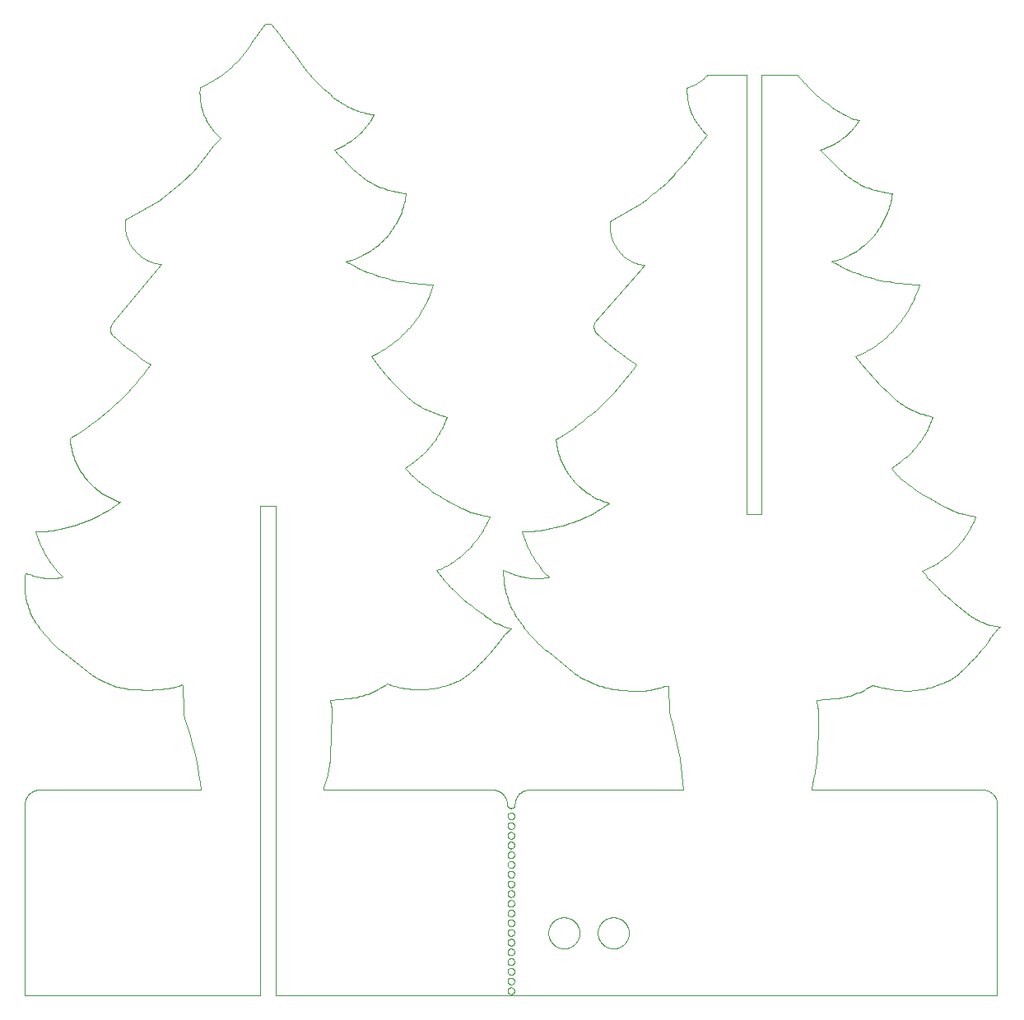
<source format=gbp>
G75*
%MOIN*%
%OFA0B0*%
%FSLAX25Y25*%
%IPPOS*%
%LPD*%
%AMOC8*
5,1,8,0,0,1.08239X$1,22.5*
%
%ADD10C,0.00000*%
D10*
X0255902Y0195547D02*
X0266138Y0187279D01*
X0240942Y0204995D02*
X0240367Y0204475D01*
X0239804Y0203943D01*
X0239253Y0203397D01*
X0238715Y0202840D01*
X0238189Y0202270D01*
X0237676Y0201689D01*
X0237176Y0201096D01*
X0236690Y0200492D01*
X0236218Y0199877D01*
X0238186Y0205783D02*
X0240942Y0204996D01*
X0242123Y0227043D02*
X0237792Y0228618D01*
X0237792Y0228224D01*
X0229918Y0210508D02*
X0230453Y0210083D01*
X0230998Y0209670D01*
X0231552Y0209271D01*
X0232116Y0208884D01*
X0232688Y0208511D01*
X0233269Y0208151D01*
X0233858Y0207806D01*
X0234455Y0207474D01*
X0235060Y0207156D01*
X0235672Y0206852D01*
X0236291Y0206563D01*
X0236917Y0206288D01*
X0237548Y0206028D01*
X0238186Y0205783D01*
X0256296Y0225862D02*
X0255902Y0226256D01*
X0237792Y0228224D02*
X0237807Y0227372D01*
X0237842Y0226521D01*
X0237898Y0225670D01*
X0237975Y0224822D01*
X0238072Y0223975D01*
X0238189Y0223131D01*
X0238327Y0222290D01*
X0238485Y0221452D01*
X0238663Y0220619D01*
X0238861Y0219790D01*
X0239079Y0218966D01*
X0239316Y0218148D01*
X0239574Y0217336D01*
X0239851Y0216530D01*
X0240147Y0215731D01*
X0240462Y0214939D01*
X0240797Y0214155D01*
X0241150Y0213380D01*
X0241522Y0212613D01*
X0241912Y0211855D01*
X0242320Y0211107D01*
X0242747Y0210370D01*
X0243191Y0209642D01*
X0243652Y0208926D01*
X0244130Y0208220D01*
X0244626Y0207527D01*
X0245137Y0206846D01*
X0245666Y0206177D01*
X0245272Y0244366D02*
X0248028Y0244366D01*
X0242123Y0227044D02*
X0242685Y0226829D01*
X0243251Y0226628D01*
X0243823Y0226442D01*
X0244399Y0226269D01*
X0244978Y0226110D01*
X0245562Y0225966D01*
X0246149Y0225836D01*
X0246739Y0225720D01*
X0247332Y0225619D01*
X0247927Y0225533D01*
X0248524Y0225461D01*
X0249122Y0225404D01*
X0249722Y0225361D01*
X0250322Y0225333D01*
X0250923Y0225320D01*
X0251524Y0225322D01*
X0252125Y0225338D01*
X0252726Y0225369D01*
X0253325Y0225415D01*
X0253923Y0225475D01*
X0254520Y0225550D01*
X0255114Y0225640D01*
X0255707Y0225744D01*
X0256296Y0225862D01*
X0232280Y0250272D02*
X0228737Y0251059D01*
X0212989Y0229406D02*
X0210627Y0228618D01*
X0218500Y0183342D02*
X0217650Y0182992D01*
X0216792Y0182662D01*
X0215926Y0182354D01*
X0215053Y0182066D01*
X0214173Y0181800D01*
X0213287Y0181556D01*
X0212395Y0181333D01*
X0211498Y0181132D01*
X0210596Y0180952D01*
X0209691Y0180795D01*
X0208781Y0180660D01*
X0207869Y0180547D01*
X0206954Y0180456D01*
X0206037Y0180388D01*
X0205119Y0180341D01*
X0204200Y0180318D01*
X0203281Y0180316D01*
X0202362Y0180337D01*
X0201444Y0180380D01*
X0200527Y0180446D01*
X0199611Y0180534D01*
X0198699Y0180644D01*
X0197789Y0180776D01*
X0196883Y0180931D01*
X0195981Y0181107D01*
X0195083Y0181306D01*
X0194190Y0181526D01*
X0193303Y0181767D01*
X0193304Y0181768D02*
X0190548Y0182555D01*
X0175194Y0176650D02*
X0167713Y0175862D01*
X0167854Y0175304D01*
X0167983Y0174742D01*
X0168097Y0174177D01*
X0168199Y0173609D01*
X0168286Y0173039D01*
X0168360Y0172468D01*
X0168421Y0171894D01*
X0168467Y0171320D01*
X0168500Y0170744D01*
X0165745Y0142791D02*
X0165351Y0141610D01*
X0164957Y0139642D02*
X0233461Y0139642D01*
X0233613Y0139640D01*
X0233765Y0139634D01*
X0233917Y0139624D01*
X0234068Y0139611D01*
X0234219Y0139593D01*
X0234370Y0139572D01*
X0234520Y0139546D01*
X0234669Y0139517D01*
X0234818Y0139484D01*
X0234965Y0139447D01*
X0235112Y0139407D01*
X0235257Y0139362D01*
X0235401Y0139314D01*
X0235544Y0139262D01*
X0235686Y0139207D01*
X0235826Y0139148D01*
X0235965Y0139085D01*
X0236102Y0139019D01*
X0236237Y0138949D01*
X0236370Y0138876D01*
X0236501Y0138799D01*
X0236631Y0138719D01*
X0236758Y0138636D01*
X0236883Y0138550D01*
X0237006Y0138460D01*
X0237126Y0138367D01*
X0237244Y0138271D01*
X0237360Y0138172D01*
X0237473Y0138070D01*
X0237583Y0137966D01*
X0237691Y0137858D01*
X0237795Y0137748D01*
X0237897Y0137635D01*
X0237996Y0137519D01*
X0238092Y0137401D01*
X0238185Y0137281D01*
X0238275Y0137158D01*
X0238361Y0137033D01*
X0238444Y0136906D01*
X0238524Y0136776D01*
X0238601Y0136645D01*
X0238674Y0136512D01*
X0238744Y0136377D01*
X0238810Y0136240D01*
X0238873Y0136101D01*
X0238932Y0135961D01*
X0238987Y0135819D01*
X0239039Y0135676D01*
X0239087Y0135532D01*
X0239132Y0135387D01*
X0239172Y0135240D01*
X0239209Y0135093D01*
X0239242Y0134944D01*
X0239271Y0134795D01*
X0239297Y0134645D01*
X0239318Y0134494D01*
X0239336Y0134343D01*
X0239349Y0134192D01*
X0239359Y0134040D01*
X0239365Y0133888D01*
X0239367Y0133736D01*
X0240942Y0132161D02*
X0241019Y0132163D01*
X0241096Y0132169D01*
X0241173Y0132178D01*
X0241249Y0132191D01*
X0241325Y0132208D01*
X0241399Y0132229D01*
X0241473Y0132253D01*
X0241545Y0132281D01*
X0241615Y0132312D01*
X0241684Y0132347D01*
X0241752Y0132385D01*
X0241817Y0132426D01*
X0241880Y0132471D01*
X0241941Y0132519D01*
X0242000Y0132569D01*
X0242056Y0132622D01*
X0242109Y0132678D01*
X0242159Y0132737D01*
X0242207Y0132798D01*
X0242252Y0132861D01*
X0242293Y0132926D01*
X0242331Y0132994D01*
X0242366Y0133063D01*
X0242397Y0133133D01*
X0242425Y0133205D01*
X0242449Y0133279D01*
X0242470Y0133353D01*
X0242487Y0133429D01*
X0242500Y0133505D01*
X0242509Y0133582D01*
X0242515Y0133659D01*
X0242517Y0133736D01*
X0240942Y0132161D02*
X0240865Y0132163D01*
X0240788Y0132169D01*
X0240711Y0132178D01*
X0240635Y0132191D01*
X0240559Y0132208D01*
X0240485Y0132229D01*
X0240411Y0132253D01*
X0240339Y0132281D01*
X0240269Y0132312D01*
X0240200Y0132347D01*
X0240132Y0132385D01*
X0240067Y0132426D01*
X0240004Y0132471D01*
X0239943Y0132519D01*
X0239884Y0132569D01*
X0239828Y0132622D01*
X0239775Y0132678D01*
X0239725Y0132737D01*
X0239677Y0132798D01*
X0239632Y0132861D01*
X0239591Y0132926D01*
X0239553Y0132994D01*
X0239518Y0133063D01*
X0239487Y0133133D01*
X0239459Y0133205D01*
X0239435Y0133279D01*
X0239414Y0133353D01*
X0239397Y0133429D01*
X0239384Y0133505D01*
X0239375Y0133582D01*
X0239369Y0133659D01*
X0239367Y0133736D01*
X0239564Y0129012D02*
X0239566Y0129086D01*
X0239572Y0129160D01*
X0239582Y0129233D01*
X0239596Y0129306D01*
X0239613Y0129378D01*
X0239635Y0129448D01*
X0239660Y0129518D01*
X0239689Y0129586D01*
X0239722Y0129652D01*
X0239758Y0129717D01*
X0239798Y0129779D01*
X0239840Y0129840D01*
X0239886Y0129898D01*
X0239935Y0129953D01*
X0239987Y0130006D01*
X0240042Y0130056D01*
X0240099Y0130102D01*
X0240159Y0130146D01*
X0240221Y0130186D01*
X0240285Y0130223D01*
X0240351Y0130257D01*
X0240419Y0130287D01*
X0240488Y0130313D01*
X0240559Y0130336D01*
X0240630Y0130354D01*
X0240703Y0130369D01*
X0240776Y0130380D01*
X0240850Y0130387D01*
X0240924Y0130390D01*
X0240997Y0130389D01*
X0241071Y0130384D01*
X0241145Y0130375D01*
X0241218Y0130362D01*
X0241290Y0130345D01*
X0241361Y0130325D01*
X0241431Y0130300D01*
X0241499Y0130272D01*
X0241566Y0130241D01*
X0241631Y0130205D01*
X0241694Y0130167D01*
X0241755Y0130125D01*
X0241814Y0130079D01*
X0241870Y0130031D01*
X0241923Y0129980D01*
X0241973Y0129926D01*
X0242021Y0129869D01*
X0242065Y0129810D01*
X0242107Y0129748D01*
X0242145Y0129685D01*
X0242179Y0129619D01*
X0242210Y0129552D01*
X0242237Y0129483D01*
X0242260Y0129413D01*
X0242280Y0129342D01*
X0242296Y0129269D01*
X0242308Y0129196D01*
X0242316Y0129123D01*
X0242320Y0129049D01*
X0242320Y0128975D01*
X0242316Y0128901D01*
X0242308Y0128828D01*
X0242296Y0128755D01*
X0242280Y0128682D01*
X0242260Y0128611D01*
X0242237Y0128541D01*
X0242210Y0128472D01*
X0242179Y0128405D01*
X0242145Y0128339D01*
X0242107Y0128276D01*
X0242065Y0128214D01*
X0242021Y0128155D01*
X0241973Y0128098D01*
X0241923Y0128044D01*
X0241870Y0127993D01*
X0241814Y0127945D01*
X0241755Y0127899D01*
X0241694Y0127857D01*
X0241631Y0127819D01*
X0241566Y0127783D01*
X0241499Y0127752D01*
X0241431Y0127724D01*
X0241361Y0127699D01*
X0241290Y0127679D01*
X0241218Y0127662D01*
X0241145Y0127649D01*
X0241071Y0127640D01*
X0240997Y0127635D01*
X0240924Y0127634D01*
X0240850Y0127637D01*
X0240776Y0127644D01*
X0240703Y0127655D01*
X0240630Y0127670D01*
X0240559Y0127688D01*
X0240488Y0127711D01*
X0240419Y0127737D01*
X0240351Y0127767D01*
X0240285Y0127801D01*
X0240221Y0127838D01*
X0240159Y0127878D01*
X0240099Y0127922D01*
X0240042Y0127968D01*
X0239987Y0128018D01*
X0239935Y0128071D01*
X0239886Y0128126D01*
X0239840Y0128184D01*
X0239798Y0128245D01*
X0239758Y0128307D01*
X0239722Y0128372D01*
X0239689Y0128438D01*
X0239660Y0128506D01*
X0239635Y0128576D01*
X0239613Y0128646D01*
X0239596Y0128718D01*
X0239582Y0128791D01*
X0239572Y0128864D01*
X0239566Y0128938D01*
X0239564Y0129012D01*
X0239564Y0125075D02*
X0239566Y0125149D01*
X0239572Y0125223D01*
X0239582Y0125296D01*
X0239596Y0125369D01*
X0239613Y0125441D01*
X0239635Y0125511D01*
X0239660Y0125581D01*
X0239689Y0125649D01*
X0239722Y0125715D01*
X0239758Y0125780D01*
X0239798Y0125842D01*
X0239840Y0125903D01*
X0239886Y0125961D01*
X0239935Y0126016D01*
X0239987Y0126069D01*
X0240042Y0126119D01*
X0240099Y0126165D01*
X0240159Y0126209D01*
X0240221Y0126249D01*
X0240285Y0126286D01*
X0240351Y0126320D01*
X0240419Y0126350D01*
X0240488Y0126376D01*
X0240559Y0126399D01*
X0240630Y0126417D01*
X0240703Y0126432D01*
X0240776Y0126443D01*
X0240850Y0126450D01*
X0240924Y0126453D01*
X0240997Y0126452D01*
X0241071Y0126447D01*
X0241145Y0126438D01*
X0241218Y0126425D01*
X0241290Y0126408D01*
X0241361Y0126388D01*
X0241431Y0126363D01*
X0241499Y0126335D01*
X0241566Y0126304D01*
X0241631Y0126268D01*
X0241694Y0126230D01*
X0241755Y0126188D01*
X0241814Y0126142D01*
X0241870Y0126094D01*
X0241923Y0126043D01*
X0241973Y0125989D01*
X0242021Y0125932D01*
X0242065Y0125873D01*
X0242107Y0125811D01*
X0242145Y0125748D01*
X0242179Y0125682D01*
X0242210Y0125615D01*
X0242237Y0125546D01*
X0242260Y0125476D01*
X0242280Y0125405D01*
X0242296Y0125332D01*
X0242308Y0125259D01*
X0242316Y0125186D01*
X0242320Y0125112D01*
X0242320Y0125038D01*
X0242316Y0124964D01*
X0242308Y0124891D01*
X0242296Y0124818D01*
X0242280Y0124745D01*
X0242260Y0124674D01*
X0242237Y0124604D01*
X0242210Y0124535D01*
X0242179Y0124468D01*
X0242145Y0124402D01*
X0242107Y0124339D01*
X0242065Y0124277D01*
X0242021Y0124218D01*
X0241973Y0124161D01*
X0241923Y0124107D01*
X0241870Y0124056D01*
X0241814Y0124008D01*
X0241755Y0123962D01*
X0241694Y0123920D01*
X0241631Y0123882D01*
X0241566Y0123846D01*
X0241499Y0123815D01*
X0241431Y0123787D01*
X0241361Y0123762D01*
X0241290Y0123742D01*
X0241218Y0123725D01*
X0241145Y0123712D01*
X0241071Y0123703D01*
X0240997Y0123698D01*
X0240924Y0123697D01*
X0240850Y0123700D01*
X0240776Y0123707D01*
X0240703Y0123718D01*
X0240630Y0123733D01*
X0240559Y0123751D01*
X0240488Y0123774D01*
X0240419Y0123800D01*
X0240351Y0123830D01*
X0240285Y0123864D01*
X0240221Y0123901D01*
X0240159Y0123941D01*
X0240099Y0123985D01*
X0240042Y0124031D01*
X0239987Y0124081D01*
X0239935Y0124134D01*
X0239886Y0124189D01*
X0239840Y0124247D01*
X0239798Y0124308D01*
X0239758Y0124370D01*
X0239722Y0124435D01*
X0239689Y0124501D01*
X0239660Y0124569D01*
X0239635Y0124639D01*
X0239613Y0124709D01*
X0239596Y0124781D01*
X0239582Y0124854D01*
X0239572Y0124927D01*
X0239566Y0125001D01*
X0239564Y0125075D01*
X0239564Y0121138D02*
X0239566Y0121212D01*
X0239572Y0121286D01*
X0239582Y0121359D01*
X0239596Y0121432D01*
X0239613Y0121504D01*
X0239635Y0121574D01*
X0239660Y0121644D01*
X0239689Y0121712D01*
X0239722Y0121778D01*
X0239758Y0121843D01*
X0239798Y0121905D01*
X0239840Y0121966D01*
X0239886Y0122024D01*
X0239935Y0122079D01*
X0239987Y0122132D01*
X0240042Y0122182D01*
X0240099Y0122228D01*
X0240159Y0122272D01*
X0240221Y0122312D01*
X0240285Y0122349D01*
X0240351Y0122383D01*
X0240419Y0122413D01*
X0240488Y0122439D01*
X0240559Y0122462D01*
X0240630Y0122480D01*
X0240703Y0122495D01*
X0240776Y0122506D01*
X0240850Y0122513D01*
X0240924Y0122516D01*
X0240997Y0122515D01*
X0241071Y0122510D01*
X0241145Y0122501D01*
X0241218Y0122488D01*
X0241290Y0122471D01*
X0241361Y0122451D01*
X0241431Y0122426D01*
X0241499Y0122398D01*
X0241566Y0122367D01*
X0241631Y0122331D01*
X0241694Y0122293D01*
X0241755Y0122251D01*
X0241814Y0122205D01*
X0241870Y0122157D01*
X0241923Y0122106D01*
X0241973Y0122052D01*
X0242021Y0121995D01*
X0242065Y0121936D01*
X0242107Y0121874D01*
X0242145Y0121811D01*
X0242179Y0121745D01*
X0242210Y0121678D01*
X0242237Y0121609D01*
X0242260Y0121539D01*
X0242280Y0121468D01*
X0242296Y0121395D01*
X0242308Y0121322D01*
X0242316Y0121249D01*
X0242320Y0121175D01*
X0242320Y0121101D01*
X0242316Y0121027D01*
X0242308Y0120954D01*
X0242296Y0120881D01*
X0242280Y0120808D01*
X0242260Y0120737D01*
X0242237Y0120667D01*
X0242210Y0120598D01*
X0242179Y0120531D01*
X0242145Y0120465D01*
X0242107Y0120402D01*
X0242065Y0120340D01*
X0242021Y0120281D01*
X0241973Y0120224D01*
X0241923Y0120170D01*
X0241870Y0120119D01*
X0241814Y0120071D01*
X0241755Y0120025D01*
X0241694Y0119983D01*
X0241631Y0119945D01*
X0241566Y0119909D01*
X0241499Y0119878D01*
X0241431Y0119850D01*
X0241361Y0119825D01*
X0241290Y0119805D01*
X0241218Y0119788D01*
X0241145Y0119775D01*
X0241071Y0119766D01*
X0240997Y0119761D01*
X0240924Y0119760D01*
X0240850Y0119763D01*
X0240776Y0119770D01*
X0240703Y0119781D01*
X0240630Y0119796D01*
X0240559Y0119814D01*
X0240488Y0119837D01*
X0240419Y0119863D01*
X0240351Y0119893D01*
X0240285Y0119927D01*
X0240221Y0119964D01*
X0240159Y0120004D01*
X0240099Y0120048D01*
X0240042Y0120094D01*
X0239987Y0120144D01*
X0239935Y0120197D01*
X0239886Y0120252D01*
X0239840Y0120310D01*
X0239798Y0120371D01*
X0239758Y0120433D01*
X0239722Y0120498D01*
X0239689Y0120564D01*
X0239660Y0120632D01*
X0239635Y0120702D01*
X0239613Y0120772D01*
X0239596Y0120844D01*
X0239582Y0120917D01*
X0239572Y0120990D01*
X0239566Y0121064D01*
X0239564Y0121138D01*
X0239564Y0117201D02*
X0239566Y0117275D01*
X0239572Y0117349D01*
X0239582Y0117422D01*
X0239596Y0117495D01*
X0239613Y0117567D01*
X0239635Y0117637D01*
X0239660Y0117707D01*
X0239689Y0117775D01*
X0239722Y0117841D01*
X0239758Y0117906D01*
X0239798Y0117968D01*
X0239840Y0118029D01*
X0239886Y0118087D01*
X0239935Y0118142D01*
X0239987Y0118195D01*
X0240042Y0118245D01*
X0240099Y0118291D01*
X0240159Y0118335D01*
X0240221Y0118375D01*
X0240285Y0118412D01*
X0240351Y0118446D01*
X0240419Y0118476D01*
X0240488Y0118502D01*
X0240559Y0118525D01*
X0240630Y0118543D01*
X0240703Y0118558D01*
X0240776Y0118569D01*
X0240850Y0118576D01*
X0240924Y0118579D01*
X0240997Y0118578D01*
X0241071Y0118573D01*
X0241145Y0118564D01*
X0241218Y0118551D01*
X0241290Y0118534D01*
X0241361Y0118514D01*
X0241431Y0118489D01*
X0241499Y0118461D01*
X0241566Y0118430D01*
X0241631Y0118394D01*
X0241694Y0118356D01*
X0241755Y0118314D01*
X0241814Y0118268D01*
X0241870Y0118220D01*
X0241923Y0118169D01*
X0241973Y0118115D01*
X0242021Y0118058D01*
X0242065Y0117999D01*
X0242107Y0117937D01*
X0242145Y0117874D01*
X0242179Y0117808D01*
X0242210Y0117741D01*
X0242237Y0117672D01*
X0242260Y0117602D01*
X0242280Y0117531D01*
X0242296Y0117458D01*
X0242308Y0117385D01*
X0242316Y0117312D01*
X0242320Y0117238D01*
X0242320Y0117164D01*
X0242316Y0117090D01*
X0242308Y0117017D01*
X0242296Y0116944D01*
X0242280Y0116871D01*
X0242260Y0116800D01*
X0242237Y0116730D01*
X0242210Y0116661D01*
X0242179Y0116594D01*
X0242145Y0116528D01*
X0242107Y0116465D01*
X0242065Y0116403D01*
X0242021Y0116344D01*
X0241973Y0116287D01*
X0241923Y0116233D01*
X0241870Y0116182D01*
X0241814Y0116134D01*
X0241755Y0116088D01*
X0241694Y0116046D01*
X0241631Y0116008D01*
X0241566Y0115972D01*
X0241499Y0115941D01*
X0241431Y0115913D01*
X0241361Y0115888D01*
X0241290Y0115868D01*
X0241218Y0115851D01*
X0241145Y0115838D01*
X0241071Y0115829D01*
X0240997Y0115824D01*
X0240924Y0115823D01*
X0240850Y0115826D01*
X0240776Y0115833D01*
X0240703Y0115844D01*
X0240630Y0115859D01*
X0240559Y0115877D01*
X0240488Y0115900D01*
X0240419Y0115926D01*
X0240351Y0115956D01*
X0240285Y0115990D01*
X0240221Y0116027D01*
X0240159Y0116067D01*
X0240099Y0116111D01*
X0240042Y0116157D01*
X0239987Y0116207D01*
X0239935Y0116260D01*
X0239886Y0116315D01*
X0239840Y0116373D01*
X0239798Y0116434D01*
X0239758Y0116496D01*
X0239722Y0116561D01*
X0239689Y0116627D01*
X0239660Y0116695D01*
X0239635Y0116765D01*
X0239613Y0116835D01*
X0239596Y0116907D01*
X0239582Y0116980D01*
X0239572Y0117053D01*
X0239566Y0117127D01*
X0239564Y0117201D01*
X0239564Y0113264D02*
X0239566Y0113338D01*
X0239572Y0113412D01*
X0239582Y0113485D01*
X0239596Y0113558D01*
X0239613Y0113630D01*
X0239635Y0113700D01*
X0239660Y0113770D01*
X0239689Y0113838D01*
X0239722Y0113904D01*
X0239758Y0113969D01*
X0239798Y0114031D01*
X0239840Y0114092D01*
X0239886Y0114150D01*
X0239935Y0114205D01*
X0239987Y0114258D01*
X0240042Y0114308D01*
X0240099Y0114354D01*
X0240159Y0114398D01*
X0240221Y0114438D01*
X0240285Y0114475D01*
X0240351Y0114509D01*
X0240419Y0114539D01*
X0240488Y0114565D01*
X0240559Y0114588D01*
X0240630Y0114606D01*
X0240703Y0114621D01*
X0240776Y0114632D01*
X0240850Y0114639D01*
X0240924Y0114642D01*
X0240997Y0114641D01*
X0241071Y0114636D01*
X0241145Y0114627D01*
X0241218Y0114614D01*
X0241290Y0114597D01*
X0241361Y0114577D01*
X0241431Y0114552D01*
X0241499Y0114524D01*
X0241566Y0114493D01*
X0241631Y0114457D01*
X0241694Y0114419D01*
X0241755Y0114377D01*
X0241814Y0114331D01*
X0241870Y0114283D01*
X0241923Y0114232D01*
X0241973Y0114178D01*
X0242021Y0114121D01*
X0242065Y0114062D01*
X0242107Y0114000D01*
X0242145Y0113937D01*
X0242179Y0113871D01*
X0242210Y0113804D01*
X0242237Y0113735D01*
X0242260Y0113665D01*
X0242280Y0113594D01*
X0242296Y0113521D01*
X0242308Y0113448D01*
X0242316Y0113375D01*
X0242320Y0113301D01*
X0242320Y0113227D01*
X0242316Y0113153D01*
X0242308Y0113080D01*
X0242296Y0113007D01*
X0242280Y0112934D01*
X0242260Y0112863D01*
X0242237Y0112793D01*
X0242210Y0112724D01*
X0242179Y0112657D01*
X0242145Y0112591D01*
X0242107Y0112528D01*
X0242065Y0112466D01*
X0242021Y0112407D01*
X0241973Y0112350D01*
X0241923Y0112296D01*
X0241870Y0112245D01*
X0241814Y0112197D01*
X0241755Y0112151D01*
X0241694Y0112109D01*
X0241631Y0112071D01*
X0241566Y0112035D01*
X0241499Y0112004D01*
X0241431Y0111976D01*
X0241361Y0111951D01*
X0241290Y0111931D01*
X0241218Y0111914D01*
X0241145Y0111901D01*
X0241071Y0111892D01*
X0240997Y0111887D01*
X0240924Y0111886D01*
X0240850Y0111889D01*
X0240776Y0111896D01*
X0240703Y0111907D01*
X0240630Y0111922D01*
X0240559Y0111940D01*
X0240488Y0111963D01*
X0240419Y0111989D01*
X0240351Y0112019D01*
X0240285Y0112053D01*
X0240221Y0112090D01*
X0240159Y0112130D01*
X0240099Y0112174D01*
X0240042Y0112220D01*
X0239987Y0112270D01*
X0239935Y0112323D01*
X0239886Y0112378D01*
X0239840Y0112436D01*
X0239798Y0112497D01*
X0239758Y0112559D01*
X0239722Y0112624D01*
X0239689Y0112690D01*
X0239660Y0112758D01*
X0239635Y0112828D01*
X0239613Y0112898D01*
X0239596Y0112970D01*
X0239582Y0113043D01*
X0239572Y0113116D01*
X0239566Y0113190D01*
X0239564Y0113264D01*
X0239564Y0109327D02*
X0239566Y0109401D01*
X0239572Y0109475D01*
X0239582Y0109548D01*
X0239596Y0109621D01*
X0239613Y0109693D01*
X0239635Y0109763D01*
X0239660Y0109833D01*
X0239689Y0109901D01*
X0239722Y0109967D01*
X0239758Y0110032D01*
X0239798Y0110094D01*
X0239840Y0110155D01*
X0239886Y0110213D01*
X0239935Y0110268D01*
X0239987Y0110321D01*
X0240042Y0110371D01*
X0240099Y0110417D01*
X0240159Y0110461D01*
X0240221Y0110501D01*
X0240285Y0110538D01*
X0240351Y0110572D01*
X0240419Y0110602D01*
X0240488Y0110628D01*
X0240559Y0110651D01*
X0240630Y0110669D01*
X0240703Y0110684D01*
X0240776Y0110695D01*
X0240850Y0110702D01*
X0240924Y0110705D01*
X0240997Y0110704D01*
X0241071Y0110699D01*
X0241145Y0110690D01*
X0241218Y0110677D01*
X0241290Y0110660D01*
X0241361Y0110640D01*
X0241431Y0110615D01*
X0241499Y0110587D01*
X0241566Y0110556D01*
X0241631Y0110520D01*
X0241694Y0110482D01*
X0241755Y0110440D01*
X0241814Y0110394D01*
X0241870Y0110346D01*
X0241923Y0110295D01*
X0241973Y0110241D01*
X0242021Y0110184D01*
X0242065Y0110125D01*
X0242107Y0110063D01*
X0242145Y0110000D01*
X0242179Y0109934D01*
X0242210Y0109867D01*
X0242237Y0109798D01*
X0242260Y0109728D01*
X0242280Y0109657D01*
X0242296Y0109584D01*
X0242308Y0109511D01*
X0242316Y0109438D01*
X0242320Y0109364D01*
X0242320Y0109290D01*
X0242316Y0109216D01*
X0242308Y0109143D01*
X0242296Y0109070D01*
X0242280Y0108997D01*
X0242260Y0108926D01*
X0242237Y0108856D01*
X0242210Y0108787D01*
X0242179Y0108720D01*
X0242145Y0108654D01*
X0242107Y0108591D01*
X0242065Y0108529D01*
X0242021Y0108470D01*
X0241973Y0108413D01*
X0241923Y0108359D01*
X0241870Y0108308D01*
X0241814Y0108260D01*
X0241755Y0108214D01*
X0241694Y0108172D01*
X0241631Y0108134D01*
X0241566Y0108098D01*
X0241499Y0108067D01*
X0241431Y0108039D01*
X0241361Y0108014D01*
X0241290Y0107994D01*
X0241218Y0107977D01*
X0241145Y0107964D01*
X0241071Y0107955D01*
X0240997Y0107950D01*
X0240924Y0107949D01*
X0240850Y0107952D01*
X0240776Y0107959D01*
X0240703Y0107970D01*
X0240630Y0107985D01*
X0240559Y0108003D01*
X0240488Y0108026D01*
X0240419Y0108052D01*
X0240351Y0108082D01*
X0240285Y0108116D01*
X0240221Y0108153D01*
X0240159Y0108193D01*
X0240099Y0108237D01*
X0240042Y0108283D01*
X0239987Y0108333D01*
X0239935Y0108386D01*
X0239886Y0108441D01*
X0239840Y0108499D01*
X0239798Y0108560D01*
X0239758Y0108622D01*
X0239722Y0108687D01*
X0239689Y0108753D01*
X0239660Y0108821D01*
X0239635Y0108891D01*
X0239613Y0108961D01*
X0239596Y0109033D01*
X0239582Y0109106D01*
X0239572Y0109179D01*
X0239566Y0109253D01*
X0239564Y0109327D01*
X0239564Y0105390D02*
X0239566Y0105464D01*
X0239572Y0105538D01*
X0239582Y0105611D01*
X0239596Y0105684D01*
X0239613Y0105756D01*
X0239635Y0105826D01*
X0239660Y0105896D01*
X0239689Y0105964D01*
X0239722Y0106030D01*
X0239758Y0106095D01*
X0239798Y0106157D01*
X0239840Y0106218D01*
X0239886Y0106276D01*
X0239935Y0106331D01*
X0239987Y0106384D01*
X0240042Y0106434D01*
X0240099Y0106480D01*
X0240159Y0106524D01*
X0240221Y0106564D01*
X0240285Y0106601D01*
X0240351Y0106635D01*
X0240419Y0106665D01*
X0240488Y0106691D01*
X0240559Y0106714D01*
X0240630Y0106732D01*
X0240703Y0106747D01*
X0240776Y0106758D01*
X0240850Y0106765D01*
X0240924Y0106768D01*
X0240997Y0106767D01*
X0241071Y0106762D01*
X0241145Y0106753D01*
X0241218Y0106740D01*
X0241290Y0106723D01*
X0241361Y0106703D01*
X0241431Y0106678D01*
X0241499Y0106650D01*
X0241566Y0106619D01*
X0241631Y0106583D01*
X0241694Y0106545D01*
X0241755Y0106503D01*
X0241814Y0106457D01*
X0241870Y0106409D01*
X0241923Y0106358D01*
X0241973Y0106304D01*
X0242021Y0106247D01*
X0242065Y0106188D01*
X0242107Y0106126D01*
X0242145Y0106063D01*
X0242179Y0105997D01*
X0242210Y0105930D01*
X0242237Y0105861D01*
X0242260Y0105791D01*
X0242280Y0105720D01*
X0242296Y0105647D01*
X0242308Y0105574D01*
X0242316Y0105501D01*
X0242320Y0105427D01*
X0242320Y0105353D01*
X0242316Y0105279D01*
X0242308Y0105206D01*
X0242296Y0105133D01*
X0242280Y0105060D01*
X0242260Y0104989D01*
X0242237Y0104919D01*
X0242210Y0104850D01*
X0242179Y0104783D01*
X0242145Y0104717D01*
X0242107Y0104654D01*
X0242065Y0104592D01*
X0242021Y0104533D01*
X0241973Y0104476D01*
X0241923Y0104422D01*
X0241870Y0104371D01*
X0241814Y0104323D01*
X0241755Y0104277D01*
X0241694Y0104235D01*
X0241631Y0104197D01*
X0241566Y0104161D01*
X0241499Y0104130D01*
X0241431Y0104102D01*
X0241361Y0104077D01*
X0241290Y0104057D01*
X0241218Y0104040D01*
X0241145Y0104027D01*
X0241071Y0104018D01*
X0240997Y0104013D01*
X0240924Y0104012D01*
X0240850Y0104015D01*
X0240776Y0104022D01*
X0240703Y0104033D01*
X0240630Y0104048D01*
X0240559Y0104066D01*
X0240488Y0104089D01*
X0240419Y0104115D01*
X0240351Y0104145D01*
X0240285Y0104179D01*
X0240221Y0104216D01*
X0240159Y0104256D01*
X0240099Y0104300D01*
X0240042Y0104346D01*
X0239987Y0104396D01*
X0239935Y0104449D01*
X0239886Y0104504D01*
X0239840Y0104562D01*
X0239798Y0104623D01*
X0239758Y0104685D01*
X0239722Y0104750D01*
X0239689Y0104816D01*
X0239660Y0104884D01*
X0239635Y0104954D01*
X0239613Y0105024D01*
X0239596Y0105096D01*
X0239582Y0105169D01*
X0239572Y0105242D01*
X0239566Y0105316D01*
X0239564Y0105390D01*
X0239564Y0101453D02*
X0239566Y0101527D01*
X0239572Y0101601D01*
X0239582Y0101674D01*
X0239596Y0101747D01*
X0239613Y0101819D01*
X0239635Y0101889D01*
X0239660Y0101959D01*
X0239689Y0102027D01*
X0239722Y0102093D01*
X0239758Y0102158D01*
X0239798Y0102220D01*
X0239840Y0102281D01*
X0239886Y0102339D01*
X0239935Y0102394D01*
X0239987Y0102447D01*
X0240042Y0102497D01*
X0240099Y0102543D01*
X0240159Y0102587D01*
X0240221Y0102627D01*
X0240285Y0102664D01*
X0240351Y0102698D01*
X0240419Y0102728D01*
X0240488Y0102754D01*
X0240559Y0102777D01*
X0240630Y0102795D01*
X0240703Y0102810D01*
X0240776Y0102821D01*
X0240850Y0102828D01*
X0240924Y0102831D01*
X0240997Y0102830D01*
X0241071Y0102825D01*
X0241145Y0102816D01*
X0241218Y0102803D01*
X0241290Y0102786D01*
X0241361Y0102766D01*
X0241431Y0102741D01*
X0241499Y0102713D01*
X0241566Y0102682D01*
X0241631Y0102646D01*
X0241694Y0102608D01*
X0241755Y0102566D01*
X0241814Y0102520D01*
X0241870Y0102472D01*
X0241923Y0102421D01*
X0241973Y0102367D01*
X0242021Y0102310D01*
X0242065Y0102251D01*
X0242107Y0102189D01*
X0242145Y0102126D01*
X0242179Y0102060D01*
X0242210Y0101993D01*
X0242237Y0101924D01*
X0242260Y0101854D01*
X0242280Y0101783D01*
X0242296Y0101710D01*
X0242308Y0101637D01*
X0242316Y0101564D01*
X0242320Y0101490D01*
X0242320Y0101416D01*
X0242316Y0101342D01*
X0242308Y0101269D01*
X0242296Y0101196D01*
X0242280Y0101123D01*
X0242260Y0101052D01*
X0242237Y0100982D01*
X0242210Y0100913D01*
X0242179Y0100846D01*
X0242145Y0100780D01*
X0242107Y0100717D01*
X0242065Y0100655D01*
X0242021Y0100596D01*
X0241973Y0100539D01*
X0241923Y0100485D01*
X0241870Y0100434D01*
X0241814Y0100386D01*
X0241755Y0100340D01*
X0241694Y0100298D01*
X0241631Y0100260D01*
X0241566Y0100224D01*
X0241499Y0100193D01*
X0241431Y0100165D01*
X0241361Y0100140D01*
X0241290Y0100120D01*
X0241218Y0100103D01*
X0241145Y0100090D01*
X0241071Y0100081D01*
X0240997Y0100076D01*
X0240924Y0100075D01*
X0240850Y0100078D01*
X0240776Y0100085D01*
X0240703Y0100096D01*
X0240630Y0100111D01*
X0240559Y0100129D01*
X0240488Y0100152D01*
X0240419Y0100178D01*
X0240351Y0100208D01*
X0240285Y0100242D01*
X0240221Y0100279D01*
X0240159Y0100319D01*
X0240099Y0100363D01*
X0240042Y0100409D01*
X0239987Y0100459D01*
X0239935Y0100512D01*
X0239886Y0100567D01*
X0239840Y0100625D01*
X0239798Y0100686D01*
X0239758Y0100748D01*
X0239722Y0100813D01*
X0239689Y0100879D01*
X0239660Y0100947D01*
X0239635Y0101017D01*
X0239613Y0101087D01*
X0239596Y0101159D01*
X0239582Y0101232D01*
X0239572Y0101305D01*
X0239566Y0101379D01*
X0239564Y0101453D01*
X0239564Y0097516D02*
X0239566Y0097590D01*
X0239572Y0097664D01*
X0239582Y0097737D01*
X0239596Y0097810D01*
X0239613Y0097882D01*
X0239635Y0097952D01*
X0239660Y0098022D01*
X0239689Y0098090D01*
X0239722Y0098156D01*
X0239758Y0098221D01*
X0239798Y0098283D01*
X0239840Y0098344D01*
X0239886Y0098402D01*
X0239935Y0098457D01*
X0239987Y0098510D01*
X0240042Y0098560D01*
X0240099Y0098606D01*
X0240159Y0098650D01*
X0240221Y0098690D01*
X0240285Y0098727D01*
X0240351Y0098761D01*
X0240419Y0098791D01*
X0240488Y0098817D01*
X0240559Y0098840D01*
X0240630Y0098858D01*
X0240703Y0098873D01*
X0240776Y0098884D01*
X0240850Y0098891D01*
X0240924Y0098894D01*
X0240997Y0098893D01*
X0241071Y0098888D01*
X0241145Y0098879D01*
X0241218Y0098866D01*
X0241290Y0098849D01*
X0241361Y0098829D01*
X0241431Y0098804D01*
X0241499Y0098776D01*
X0241566Y0098745D01*
X0241631Y0098709D01*
X0241694Y0098671D01*
X0241755Y0098629D01*
X0241814Y0098583D01*
X0241870Y0098535D01*
X0241923Y0098484D01*
X0241973Y0098430D01*
X0242021Y0098373D01*
X0242065Y0098314D01*
X0242107Y0098252D01*
X0242145Y0098189D01*
X0242179Y0098123D01*
X0242210Y0098056D01*
X0242237Y0097987D01*
X0242260Y0097917D01*
X0242280Y0097846D01*
X0242296Y0097773D01*
X0242308Y0097700D01*
X0242316Y0097627D01*
X0242320Y0097553D01*
X0242320Y0097479D01*
X0242316Y0097405D01*
X0242308Y0097332D01*
X0242296Y0097259D01*
X0242280Y0097186D01*
X0242260Y0097115D01*
X0242237Y0097045D01*
X0242210Y0096976D01*
X0242179Y0096909D01*
X0242145Y0096843D01*
X0242107Y0096780D01*
X0242065Y0096718D01*
X0242021Y0096659D01*
X0241973Y0096602D01*
X0241923Y0096548D01*
X0241870Y0096497D01*
X0241814Y0096449D01*
X0241755Y0096403D01*
X0241694Y0096361D01*
X0241631Y0096323D01*
X0241566Y0096287D01*
X0241499Y0096256D01*
X0241431Y0096228D01*
X0241361Y0096203D01*
X0241290Y0096183D01*
X0241218Y0096166D01*
X0241145Y0096153D01*
X0241071Y0096144D01*
X0240997Y0096139D01*
X0240924Y0096138D01*
X0240850Y0096141D01*
X0240776Y0096148D01*
X0240703Y0096159D01*
X0240630Y0096174D01*
X0240559Y0096192D01*
X0240488Y0096215D01*
X0240419Y0096241D01*
X0240351Y0096271D01*
X0240285Y0096305D01*
X0240221Y0096342D01*
X0240159Y0096382D01*
X0240099Y0096426D01*
X0240042Y0096472D01*
X0239987Y0096522D01*
X0239935Y0096575D01*
X0239886Y0096630D01*
X0239840Y0096688D01*
X0239798Y0096749D01*
X0239758Y0096811D01*
X0239722Y0096876D01*
X0239689Y0096942D01*
X0239660Y0097010D01*
X0239635Y0097080D01*
X0239613Y0097150D01*
X0239596Y0097222D01*
X0239582Y0097295D01*
X0239572Y0097368D01*
X0239566Y0097442D01*
X0239564Y0097516D01*
X0239564Y0093579D02*
X0239566Y0093653D01*
X0239572Y0093727D01*
X0239582Y0093800D01*
X0239596Y0093873D01*
X0239613Y0093945D01*
X0239635Y0094015D01*
X0239660Y0094085D01*
X0239689Y0094153D01*
X0239722Y0094219D01*
X0239758Y0094284D01*
X0239798Y0094346D01*
X0239840Y0094407D01*
X0239886Y0094465D01*
X0239935Y0094520D01*
X0239987Y0094573D01*
X0240042Y0094623D01*
X0240099Y0094669D01*
X0240159Y0094713D01*
X0240221Y0094753D01*
X0240285Y0094790D01*
X0240351Y0094824D01*
X0240419Y0094854D01*
X0240488Y0094880D01*
X0240559Y0094903D01*
X0240630Y0094921D01*
X0240703Y0094936D01*
X0240776Y0094947D01*
X0240850Y0094954D01*
X0240924Y0094957D01*
X0240997Y0094956D01*
X0241071Y0094951D01*
X0241145Y0094942D01*
X0241218Y0094929D01*
X0241290Y0094912D01*
X0241361Y0094892D01*
X0241431Y0094867D01*
X0241499Y0094839D01*
X0241566Y0094808D01*
X0241631Y0094772D01*
X0241694Y0094734D01*
X0241755Y0094692D01*
X0241814Y0094646D01*
X0241870Y0094598D01*
X0241923Y0094547D01*
X0241973Y0094493D01*
X0242021Y0094436D01*
X0242065Y0094377D01*
X0242107Y0094315D01*
X0242145Y0094252D01*
X0242179Y0094186D01*
X0242210Y0094119D01*
X0242237Y0094050D01*
X0242260Y0093980D01*
X0242280Y0093909D01*
X0242296Y0093836D01*
X0242308Y0093763D01*
X0242316Y0093690D01*
X0242320Y0093616D01*
X0242320Y0093542D01*
X0242316Y0093468D01*
X0242308Y0093395D01*
X0242296Y0093322D01*
X0242280Y0093249D01*
X0242260Y0093178D01*
X0242237Y0093108D01*
X0242210Y0093039D01*
X0242179Y0092972D01*
X0242145Y0092906D01*
X0242107Y0092843D01*
X0242065Y0092781D01*
X0242021Y0092722D01*
X0241973Y0092665D01*
X0241923Y0092611D01*
X0241870Y0092560D01*
X0241814Y0092512D01*
X0241755Y0092466D01*
X0241694Y0092424D01*
X0241631Y0092386D01*
X0241566Y0092350D01*
X0241499Y0092319D01*
X0241431Y0092291D01*
X0241361Y0092266D01*
X0241290Y0092246D01*
X0241218Y0092229D01*
X0241145Y0092216D01*
X0241071Y0092207D01*
X0240997Y0092202D01*
X0240924Y0092201D01*
X0240850Y0092204D01*
X0240776Y0092211D01*
X0240703Y0092222D01*
X0240630Y0092237D01*
X0240559Y0092255D01*
X0240488Y0092278D01*
X0240419Y0092304D01*
X0240351Y0092334D01*
X0240285Y0092368D01*
X0240221Y0092405D01*
X0240159Y0092445D01*
X0240099Y0092489D01*
X0240042Y0092535D01*
X0239987Y0092585D01*
X0239935Y0092638D01*
X0239886Y0092693D01*
X0239840Y0092751D01*
X0239798Y0092812D01*
X0239758Y0092874D01*
X0239722Y0092939D01*
X0239689Y0093005D01*
X0239660Y0093073D01*
X0239635Y0093143D01*
X0239613Y0093213D01*
X0239596Y0093285D01*
X0239582Y0093358D01*
X0239572Y0093431D01*
X0239566Y0093505D01*
X0239564Y0093579D01*
X0239564Y0089642D02*
X0239566Y0089716D01*
X0239572Y0089790D01*
X0239582Y0089863D01*
X0239596Y0089936D01*
X0239613Y0090008D01*
X0239635Y0090078D01*
X0239660Y0090148D01*
X0239689Y0090216D01*
X0239722Y0090282D01*
X0239758Y0090347D01*
X0239798Y0090409D01*
X0239840Y0090470D01*
X0239886Y0090528D01*
X0239935Y0090583D01*
X0239987Y0090636D01*
X0240042Y0090686D01*
X0240099Y0090732D01*
X0240159Y0090776D01*
X0240221Y0090816D01*
X0240285Y0090853D01*
X0240351Y0090887D01*
X0240419Y0090917D01*
X0240488Y0090943D01*
X0240559Y0090966D01*
X0240630Y0090984D01*
X0240703Y0090999D01*
X0240776Y0091010D01*
X0240850Y0091017D01*
X0240924Y0091020D01*
X0240997Y0091019D01*
X0241071Y0091014D01*
X0241145Y0091005D01*
X0241218Y0090992D01*
X0241290Y0090975D01*
X0241361Y0090955D01*
X0241431Y0090930D01*
X0241499Y0090902D01*
X0241566Y0090871D01*
X0241631Y0090835D01*
X0241694Y0090797D01*
X0241755Y0090755D01*
X0241814Y0090709D01*
X0241870Y0090661D01*
X0241923Y0090610D01*
X0241973Y0090556D01*
X0242021Y0090499D01*
X0242065Y0090440D01*
X0242107Y0090378D01*
X0242145Y0090315D01*
X0242179Y0090249D01*
X0242210Y0090182D01*
X0242237Y0090113D01*
X0242260Y0090043D01*
X0242280Y0089972D01*
X0242296Y0089899D01*
X0242308Y0089826D01*
X0242316Y0089753D01*
X0242320Y0089679D01*
X0242320Y0089605D01*
X0242316Y0089531D01*
X0242308Y0089458D01*
X0242296Y0089385D01*
X0242280Y0089312D01*
X0242260Y0089241D01*
X0242237Y0089171D01*
X0242210Y0089102D01*
X0242179Y0089035D01*
X0242145Y0088969D01*
X0242107Y0088906D01*
X0242065Y0088844D01*
X0242021Y0088785D01*
X0241973Y0088728D01*
X0241923Y0088674D01*
X0241870Y0088623D01*
X0241814Y0088575D01*
X0241755Y0088529D01*
X0241694Y0088487D01*
X0241631Y0088449D01*
X0241566Y0088413D01*
X0241499Y0088382D01*
X0241431Y0088354D01*
X0241361Y0088329D01*
X0241290Y0088309D01*
X0241218Y0088292D01*
X0241145Y0088279D01*
X0241071Y0088270D01*
X0240997Y0088265D01*
X0240924Y0088264D01*
X0240850Y0088267D01*
X0240776Y0088274D01*
X0240703Y0088285D01*
X0240630Y0088300D01*
X0240559Y0088318D01*
X0240488Y0088341D01*
X0240419Y0088367D01*
X0240351Y0088397D01*
X0240285Y0088431D01*
X0240221Y0088468D01*
X0240159Y0088508D01*
X0240099Y0088552D01*
X0240042Y0088598D01*
X0239987Y0088648D01*
X0239935Y0088701D01*
X0239886Y0088756D01*
X0239840Y0088814D01*
X0239798Y0088875D01*
X0239758Y0088937D01*
X0239722Y0089002D01*
X0239689Y0089068D01*
X0239660Y0089136D01*
X0239635Y0089206D01*
X0239613Y0089276D01*
X0239596Y0089348D01*
X0239582Y0089421D01*
X0239572Y0089494D01*
X0239566Y0089568D01*
X0239564Y0089642D01*
X0239564Y0085705D02*
X0239566Y0085779D01*
X0239572Y0085853D01*
X0239582Y0085926D01*
X0239596Y0085999D01*
X0239613Y0086071D01*
X0239635Y0086141D01*
X0239660Y0086211D01*
X0239689Y0086279D01*
X0239722Y0086345D01*
X0239758Y0086410D01*
X0239798Y0086472D01*
X0239840Y0086533D01*
X0239886Y0086591D01*
X0239935Y0086646D01*
X0239987Y0086699D01*
X0240042Y0086749D01*
X0240099Y0086795D01*
X0240159Y0086839D01*
X0240221Y0086879D01*
X0240285Y0086916D01*
X0240351Y0086950D01*
X0240419Y0086980D01*
X0240488Y0087006D01*
X0240559Y0087029D01*
X0240630Y0087047D01*
X0240703Y0087062D01*
X0240776Y0087073D01*
X0240850Y0087080D01*
X0240924Y0087083D01*
X0240997Y0087082D01*
X0241071Y0087077D01*
X0241145Y0087068D01*
X0241218Y0087055D01*
X0241290Y0087038D01*
X0241361Y0087018D01*
X0241431Y0086993D01*
X0241499Y0086965D01*
X0241566Y0086934D01*
X0241631Y0086898D01*
X0241694Y0086860D01*
X0241755Y0086818D01*
X0241814Y0086772D01*
X0241870Y0086724D01*
X0241923Y0086673D01*
X0241973Y0086619D01*
X0242021Y0086562D01*
X0242065Y0086503D01*
X0242107Y0086441D01*
X0242145Y0086378D01*
X0242179Y0086312D01*
X0242210Y0086245D01*
X0242237Y0086176D01*
X0242260Y0086106D01*
X0242280Y0086035D01*
X0242296Y0085962D01*
X0242308Y0085889D01*
X0242316Y0085816D01*
X0242320Y0085742D01*
X0242320Y0085668D01*
X0242316Y0085594D01*
X0242308Y0085521D01*
X0242296Y0085448D01*
X0242280Y0085375D01*
X0242260Y0085304D01*
X0242237Y0085234D01*
X0242210Y0085165D01*
X0242179Y0085098D01*
X0242145Y0085032D01*
X0242107Y0084969D01*
X0242065Y0084907D01*
X0242021Y0084848D01*
X0241973Y0084791D01*
X0241923Y0084737D01*
X0241870Y0084686D01*
X0241814Y0084638D01*
X0241755Y0084592D01*
X0241694Y0084550D01*
X0241631Y0084512D01*
X0241566Y0084476D01*
X0241499Y0084445D01*
X0241431Y0084417D01*
X0241361Y0084392D01*
X0241290Y0084372D01*
X0241218Y0084355D01*
X0241145Y0084342D01*
X0241071Y0084333D01*
X0240997Y0084328D01*
X0240924Y0084327D01*
X0240850Y0084330D01*
X0240776Y0084337D01*
X0240703Y0084348D01*
X0240630Y0084363D01*
X0240559Y0084381D01*
X0240488Y0084404D01*
X0240419Y0084430D01*
X0240351Y0084460D01*
X0240285Y0084494D01*
X0240221Y0084531D01*
X0240159Y0084571D01*
X0240099Y0084615D01*
X0240042Y0084661D01*
X0239987Y0084711D01*
X0239935Y0084764D01*
X0239886Y0084819D01*
X0239840Y0084877D01*
X0239798Y0084938D01*
X0239758Y0085000D01*
X0239722Y0085065D01*
X0239689Y0085131D01*
X0239660Y0085199D01*
X0239635Y0085269D01*
X0239613Y0085339D01*
X0239596Y0085411D01*
X0239582Y0085484D01*
X0239572Y0085557D01*
X0239566Y0085631D01*
X0239564Y0085705D01*
X0239564Y0081768D02*
X0239566Y0081842D01*
X0239572Y0081916D01*
X0239582Y0081989D01*
X0239596Y0082062D01*
X0239613Y0082134D01*
X0239635Y0082204D01*
X0239660Y0082274D01*
X0239689Y0082342D01*
X0239722Y0082408D01*
X0239758Y0082473D01*
X0239798Y0082535D01*
X0239840Y0082596D01*
X0239886Y0082654D01*
X0239935Y0082709D01*
X0239987Y0082762D01*
X0240042Y0082812D01*
X0240099Y0082858D01*
X0240159Y0082902D01*
X0240221Y0082942D01*
X0240285Y0082979D01*
X0240351Y0083013D01*
X0240419Y0083043D01*
X0240488Y0083069D01*
X0240559Y0083092D01*
X0240630Y0083110D01*
X0240703Y0083125D01*
X0240776Y0083136D01*
X0240850Y0083143D01*
X0240924Y0083146D01*
X0240997Y0083145D01*
X0241071Y0083140D01*
X0241145Y0083131D01*
X0241218Y0083118D01*
X0241290Y0083101D01*
X0241361Y0083081D01*
X0241431Y0083056D01*
X0241499Y0083028D01*
X0241566Y0082997D01*
X0241631Y0082961D01*
X0241694Y0082923D01*
X0241755Y0082881D01*
X0241814Y0082835D01*
X0241870Y0082787D01*
X0241923Y0082736D01*
X0241973Y0082682D01*
X0242021Y0082625D01*
X0242065Y0082566D01*
X0242107Y0082504D01*
X0242145Y0082441D01*
X0242179Y0082375D01*
X0242210Y0082308D01*
X0242237Y0082239D01*
X0242260Y0082169D01*
X0242280Y0082098D01*
X0242296Y0082025D01*
X0242308Y0081952D01*
X0242316Y0081879D01*
X0242320Y0081805D01*
X0242320Y0081731D01*
X0242316Y0081657D01*
X0242308Y0081584D01*
X0242296Y0081511D01*
X0242280Y0081438D01*
X0242260Y0081367D01*
X0242237Y0081297D01*
X0242210Y0081228D01*
X0242179Y0081161D01*
X0242145Y0081095D01*
X0242107Y0081032D01*
X0242065Y0080970D01*
X0242021Y0080911D01*
X0241973Y0080854D01*
X0241923Y0080800D01*
X0241870Y0080749D01*
X0241814Y0080701D01*
X0241755Y0080655D01*
X0241694Y0080613D01*
X0241631Y0080575D01*
X0241566Y0080539D01*
X0241499Y0080508D01*
X0241431Y0080480D01*
X0241361Y0080455D01*
X0241290Y0080435D01*
X0241218Y0080418D01*
X0241145Y0080405D01*
X0241071Y0080396D01*
X0240997Y0080391D01*
X0240924Y0080390D01*
X0240850Y0080393D01*
X0240776Y0080400D01*
X0240703Y0080411D01*
X0240630Y0080426D01*
X0240559Y0080444D01*
X0240488Y0080467D01*
X0240419Y0080493D01*
X0240351Y0080523D01*
X0240285Y0080557D01*
X0240221Y0080594D01*
X0240159Y0080634D01*
X0240099Y0080678D01*
X0240042Y0080724D01*
X0239987Y0080774D01*
X0239935Y0080827D01*
X0239886Y0080882D01*
X0239840Y0080940D01*
X0239798Y0081001D01*
X0239758Y0081063D01*
X0239722Y0081128D01*
X0239689Y0081194D01*
X0239660Y0081262D01*
X0239635Y0081332D01*
X0239613Y0081402D01*
X0239596Y0081474D01*
X0239582Y0081547D01*
X0239572Y0081620D01*
X0239566Y0081694D01*
X0239564Y0081768D01*
X0239564Y0077831D02*
X0239566Y0077905D01*
X0239572Y0077979D01*
X0239582Y0078052D01*
X0239596Y0078125D01*
X0239613Y0078197D01*
X0239635Y0078267D01*
X0239660Y0078337D01*
X0239689Y0078405D01*
X0239722Y0078471D01*
X0239758Y0078536D01*
X0239798Y0078598D01*
X0239840Y0078659D01*
X0239886Y0078717D01*
X0239935Y0078772D01*
X0239987Y0078825D01*
X0240042Y0078875D01*
X0240099Y0078921D01*
X0240159Y0078965D01*
X0240221Y0079005D01*
X0240285Y0079042D01*
X0240351Y0079076D01*
X0240419Y0079106D01*
X0240488Y0079132D01*
X0240559Y0079155D01*
X0240630Y0079173D01*
X0240703Y0079188D01*
X0240776Y0079199D01*
X0240850Y0079206D01*
X0240924Y0079209D01*
X0240997Y0079208D01*
X0241071Y0079203D01*
X0241145Y0079194D01*
X0241218Y0079181D01*
X0241290Y0079164D01*
X0241361Y0079144D01*
X0241431Y0079119D01*
X0241499Y0079091D01*
X0241566Y0079060D01*
X0241631Y0079024D01*
X0241694Y0078986D01*
X0241755Y0078944D01*
X0241814Y0078898D01*
X0241870Y0078850D01*
X0241923Y0078799D01*
X0241973Y0078745D01*
X0242021Y0078688D01*
X0242065Y0078629D01*
X0242107Y0078567D01*
X0242145Y0078504D01*
X0242179Y0078438D01*
X0242210Y0078371D01*
X0242237Y0078302D01*
X0242260Y0078232D01*
X0242280Y0078161D01*
X0242296Y0078088D01*
X0242308Y0078015D01*
X0242316Y0077942D01*
X0242320Y0077868D01*
X0242320Y0077794D01*
X0242316Y0077720D01*
X0242308Y0077647D01*
X0242296Y0077574D01*
X0242280Y0077501D01*
X0242260Y0077430D01*
X0242237Y0077360D01*
X0242210Y0077291D01*
X0242179Y0077224D01*
X0242145Y0077158D01*
X0242107Y0077095D01*
X0242065Y0077033D01*
X0242021Y0076974D01*
X0241973Y0076917D01*
X0241923Y0076863D01*
X0241870Y0076812D01*
X0241814Y0076764D01*
X0241755Y0076718D01*
X0241694Y0076676D01*
X0241631Y0076638D01*
X0241566Y0076602D01*
X0241499Y0076571D01*
X0241431Y0076543D01*
X0241361Y0076518D01*
X0241290Y0076498D01*
X0241218Y0076481D01*
X0241145Y0076468D01*
X0241071Y0076459D01*
X0240997Y0076454D01*
X0240924Y0076453D01*
X0240850Y0076456D01*
X0240776Y0076463D01*
X0240703Y0076474D01*
X0240630Y0076489D01*
X0240559Y0076507D01*
X0240488Y0076530D01*
X0240419Y0076556D01*
X0240351Y0076586D01*
X0240285Y0076620D01*
X0240221Y0076657D01*
X0240159Y0076697D01*
X0240099Y0076741D01*
X0240042Y0076787D01*
X0239987Y0076837D01*
X0239935Y0076890D01*
X0239886Y0076945D01*
X0239840Y0077003D01*
X0239798Y0077064D01*
X0239758Y0077126D01*
X0239722Y0077191D01*
X0239689Y0077257D01*
X0239660Y0077325D01*
X0239635Y0077395D01*
X0239613Y0077465D01*
X0239596Y0077537D01*
X0239582Y0077610D01*
X0239572Y0077683D01*
X0239566Y0077757D01*
X0239564Y0077831D01*
X0239564Y0073894D02*
X0239566Y0073968D01*
X0239572Y0074042D01*
X0239582Y0074115D01*
X0239596Y0074188D01*
X0239613Y0074260D01*
X0239635Y0074330D01*
X0239660Y0074400D01*
X0239689Y0074468D01*
X0239722Y0074534D01*
X0239758Y0074599D01*
X0239798Y0074661D01*
X0239840Y0074722D01*
X0239886Y0074780D01*
X0239935Y0074835D01*
X0239987Y0074888D01*
X0240042Y0074938D01*
X0240099Y0074984D01*
X0240159Y0075028D01*
X0240221Y0075068D01*
X0240285Y0075105D01*
X0240351Y0075139D01*
X0240419Y0075169D01*
X0240488Y0075195D01*
X0240559Y0075218D01*
X0240630Y0075236D01*
X0240703Y0075251D01*
X0240776Y0075262D01*
X0240850Y0075269D01*
X0240924Y0075272D01*
X0240997Y0075271D01*
X0241071Y0075266D01*
X0241145Y0075257D01*
X0241218Y0075244D01*
X0241290Y0075227D01*
X0241361Y0075207D01*
X0241431Y0075182D01*
X0241499Y0075154D01*
X0241566Y0075123D01*
X0241631Y0075087D01*
X0241694Y0075049D01*
X0241755Y0075007D01*
X0241814Y0074961D01*
X0241870Y0074913D01*
X0241923Y0074862D01*
X0241973Y0074808D01*
X0242021Y0074751D01*
X0242065Y0074692D01*
X0242107Y0074630D01*
X0242145Y0074567D01*
X0242179Y0074501D01*
X0242210Y0074434D01*
X0242237Y0074365D01*
X0242260Y0074295D01*
X0242280Y0074224D01*
X0242296Y0074151D01*
X0242308Y0074078D01*
X0242316Y0074005D01*
X0242320Y0073931D01*
X0242320Y0073857D01*
X0242316Y0073783D01*
X0242308Y0073710D01*
X0242296Y0073637D01*
X0242280Y0073564D01*
X0242260Y0073493D01*
X0242237Y0073423D01*
X0242210Y0073354D01*
X0242179Y0073287D01*
X0242145Y0073221D01*
X0242107Y0073158D01*
X0242065Y0073096D01*
X0242021Y0073037D01*
X0241973Y0072980D01*
X0241923Y0072926D01*
X0241870Y0072875D01*
X0241814Y0072827D01*
X0241755Y0072781D01*
X0241694Y0072739D01*
X0241631Y0072701D01*
X0241566Y0072665D01*
X0241499Y0072634D01*
X0241431Y0072606D01*
X0241361Y0072581D01*
X0241290Y0072561D01*
X0241218Y0072544D01*
X0241145Y0072531D01*
X0241071Y0072522D01*
X0240997Y0072517D01*
X0240924Y0072516D01*
X0240850Y0072519D01*
X0240776Y0072526D01*
X0240703Y0072537D01*
X0240630Y0072552D01*
X0240559Y0072570D01*
X0240488Y0072593D01*
X0240419Y0072619D01*
X0240351Y0072649D01*
X0240285Y0072683D01*
X0240221Y0072720D01*
X0240159Y0072760D01*
X0240099Y0072804D01*
X0240042Y0072850D01*
X0239987Y0072900D01*
X0239935Y0072953D01*
X0239886Y0073008D01*
X0239840Y0073066D01*
X0239798Y0073127D01*
X0239758Y0073189D01*
X0239722Y0073254D01*
X0239689Y0073320D01*
X0239660Y0073388D01*
X0239635Y0073458D01*
X0239613Y0073528D01*
X0239596Y0073600D01*
X0239582Y0073673D01*
X0239572Y0073746D01*
X0239566Y0073820D01*
X0239564Y0073894D01*
X0239564Y0069957D02*
X0239566Y0070031D01*
X0239572Y0070105D01*
X0239582Y0070178D01*
X0239596Y0070251D01*
X0239613Y0070323D01*
X0239635Y0070393D01*
X0239660Y0070463D01*
X0239689Y0070531D01*
X0239722Y0070597D01*
X0239758Y0070662D01*
X0239798Y0070724D01*
X0239840Y0070785D01*
X0239886Y0070843D01*
X0239935Y0070898D01*
X0239987Y0070951D01*
X0240042Y0071001D01*
X0240099Y0071047D01*
X0240159Y0071091D01*
X0240221Y0071131D01*
X0240285Y0071168D01*
X0240351Y0071202D01*
X0240419Y0071232D01*
X0240488Y0071258D01*
X0240559Y0071281D01*
X0240630Y0071299D01*
X0240703Y0071314D01*
X0240776Y0071325D01*
X0240850Y0071332D01*
X0240924Y0071335D01*
X0240997Y0071334D01*
X0241071Y0071329D01*
X0241145Y0071320D01*
X0241218Y0071307D01*
X0241290Y0071290D01*
X0241361Y0071270D01*
X0241431Y0071245D01*
X0241499Y0071217D01*
X0241566Y0071186D01*
X0241631Y0071150D01*
X0241694Y0071112D01*
X0241755Y0071070D01*
X0241814Y0071024D01*
X0241870Y0070976D01*
X0241923Y0070925D01*
X0241973Y0070871D01*
X0242021Y0070814D01*
X0242065Y0070755D01*
X0242107Y0070693D01*
X0242145Y0070630D01*
X0242179Y0070564D01*
X0242210Y0070497D01*
X0242237Y0070428D01*
X0242260Y0070358D01*
X0242280Y0070287D01*
X0242296Y0070214D01*
X0242308Y0070141D01*
X0242316Y0070068D01*
X0242320Y0069994D01*
X0242320Y0069920D01*
X0242316Y0069846D01*
X0242308Y0069773D01*
X0242296Y0069700D01*
X0242280Y0069627D01*
X0242260Y0069556D01*
X0242237Y0069486D01*
X0242210Y0069417D01*
X0242179Y0069350D01*
X0242145Y0069284D01*
X0242107Y0069221D01*
X0242065Y0069159D01*
X0242021Y0069100D01*
X0241973Y0069043D01*
X0241923Y0068989D01*
X0241870Y0068938D01*
X0241814Y0068890D01*
X0241755Y0068844D01*
X0241694Y0068802D01*
X0241631Y0068764D01*
X0241566Y0068728D01*
X0241499Y0068697D01*
X0241431Y0068669D01*
X0241361Y0068644D01*
X0241290Y0068624D01*
X0241218Y0068607D01*
X0241145Y0068594D01*
X0241071Y0068585D01*
X0240997Y0068580D01*
X0240924Y0068579D01*
X0240850Y0068582D01*
X0240776Y0068589D01*
X0240703Y0068600D01*
X0240630Y0068615D01*
X0240559Y0068633D01*
X0240488Y0068656D01*
X0240419Y0068682D01*
X0240351Y0068712D01*
X0240285Y0068746D01*
X0240221Y0068783D01*
X0240159Y0068823D01*
X0240099Y0068867D01*
X0240042Y0068913D01*
X0239987Y0068963D01*
X0239935Y0069016D01*
X0239886Y0069071D01*
X0239840Y0069129D01*
X0239798Y0069190D01*
X0239758Y0069252D01*
X0239722Y0069317D01*
X0239689Y0069383D01*
X0239660Y0069451D01*
X0239635Y0069521D01*
X0239613Y0069591D01*
X0239596Y0069663D01*
X0239582Y0069736D01*
X0239572Y0069809D01*
X0239566Y0069883D01*
X0239564Y0069957D01*
X0239564Y0066020D02*
X0239566Y0066094D01*
X0239572Y0066168D01*
X0239582Y0066241D01*
X0239596Y0066314D01*
X0239613Y0066386D01*
X0239635Y0066456D01*
X0239660Y0066526D01*
X0239689Y0066594D01*
X0239722Y0066660D01*
X0239758Y0066725D01*
X0239798Y0066787D01*
X0239840Y0066848D01*
X0239886Y0066906D01*
X0239935Y0066961D01*
X0239987Y0067014D01*
X0240042Y0067064D01*
X0240099Y0067110D01*
X0240159Y0067154D01*
X0240221Y0067194D01*
X0240285Y0067231D01*
X0240351Y0067265D01*
X0240419Y0067295D01*
X0240488Y0067321D01*
X0240559Y0067344D01*
X0240630Y0067362D01*
X0240703Y0067377D01*
X0240776Y0067388D01*
X0240850Y0067395D01*
X0240924Y0067398D01*
X0240997Y0067397D01*
X0241071Y0067392D01*
X0241145Y0067383D01*
X0241218Y0067370D01*
X0241290Y0067353D01*
X0241361Y0067333D01*
X0241431Y0067308D01*
X0241499Y0067280D01*
X0241566Y0067249D01*
X0241631Y0067213D01*
X0241694Y0067175D01*
X0241755Y0067133D01*
X0241814Y0067087D01*
X0241870Y0067039D01*
X0241923Y0066988D01*
X0241973Y0066934D01*
X0242021Y0066877D01*
X0242065Y0066818D01*
X0242107Y0066756D01*
X0242145Y0066693D01*
X0242179Y0066627D01*
X0242210Y0066560D01*
X0242237Y0066491D01*
X0242260Y0066421D01*
X0242280Y0066350D01*
X0242296Y0066277D01*
X0242308Y0066204D01*
X0242316Y0066131D01*
X0242320Y0066057D01*
X0242320Y0065983D01*
X0242316Y0065909D01*
X0242308Y0065836D01*
X0242296Y0065763D01*
X0242280Y0065690D01*
X0242260Y0065619D01*
X0242237Y0065549D01*
X0242210Y0065480D01*
X0242179Y0065413D01*
X0242145Y0065347D01*
X0242107Y0065284D01*
X0242065Y0065222D01*
X0242021Y0065163D01*
X0241973Y0065106D01*
X0241923Y0065052D01*
X0241870Y0065001D01*
X0241814Y0064953D01*
X0241755Y0064907D01*
X0241694Y0064865D01*
X0241631Y0064827D01*
X0241566Y0064791D01*
X0241499Y0064760D01*
X0241431Y0064732D01*
X0241361Y0064707D01*
X0241290Y0064687D01*
X0241218Y0064670D01*
X0241145Y0064657D01*
X0241071Y0064648D01*
X0240997Y0064643D01*
X0240924Y0064642D01*
X0240850Y0064645D01*
X0240776Y0064652D01*
X0240703Y0064663D01*
X0240630Y0064678D01*
X0240559Y0064696D01*
X0240488Y0064719D01*
X0240419Y0064745D01*
X0240351Y0064775D01*
X0240285Y0064809D01*
X0240221Y0064846D01*
X0240159Y0064886D01*
X0240099Y0064930D01*
X0240042Y0064976D01*
X0239987Y0065026D01*
X0239935Y0065079D01*
X0239886Y0065134D01*
X0239840Y0065192D01*
X0239798Y0065253D01*
X0239758Y0065315D01*
X0239722Y0065380D01*
X0239689Y0065446D01*
X0239660Y0065514D01*
X0239635Y0065584D01*
X0239613Y0065654D01*
X0239596Y0065726D01*
X0239582Y0065799D01*
X0239572Y0065872D01*
X0239566Y0065946D01*
X0239564Y0066020D01*
X0239564Y0062083D02*
X0239566Y0062157D01*
X0239572Y0062231D01*
X0239582Y0062304D01*
X0239596Y0062377D01*
X0239613Y0062449D01*
X0239635Y0062519D01*
X0239660Y0062589D01*
X0239689Y0062657D01*
X0239722Y0062723D01*
X0239758Y0062788D01*
X0239798Y0062850D01*
X0239840Y0062911D01*
X0239886Y0062969D01*
X0239935Y0063024D01*
X0239987Y0063077D01*
X0240042Y0063127D01*
X0240099Y0063173D01*
X0240159Y0063217D01*
X0240221Y0063257D01*
X0240285Y0063294D01*
X0240351Y0063328D01*
X0240419Y0063358D01*
X0240488Y0063384D01*
X0240559Y0063407D01*
X0240630Y0063425D01*
X0240703Y0063440D01*
X0240776Y0063451D01*
X0240850Y0063458D01*
X0240924Y0063461D01*
X0240997Y0063460D01*
X0241071Y0063455D01*
X0241145Y0063446D01*
X0241218Y0063433D01*
X0241290Y0063416D01*
X0241361Y0063396D01*
X0241431Y0063371D01*
X0241499Y0063343D01*
X0241566Y0063312D01*
X0241631Y0063276D01*
X0241694Y0063238D01*
X0241755Y0063196D01*
X0241814Y0063150D01*
X0241870Y0063102D01*
X0241923Y0063051D01*
X0241973Y0062997D01*
X0242021Y0062940D01*
X0242065Y0062881D01*
X0242107Y0062819D01*
X0242145Y0062756D01*
X0242179Y0062690D01*
X0242210Y0062623D01*
X0242237Y0062554D01*
X0242260Y0062484D01*
X0242280Y0062413D01*
X0242296Y0062340D01*
X0242308Y0062267D01*
X0242316Y0062194D01*
X0242320Y0062120D01*
X0242320Y0062046D01*
X0242316Y0061972D01*
X0242308Y0061899D01*
X0242296Y0061826D01*
X0242280Y0061753D01*
X0242260Y0061682D01*
X0242237Y0061612D01*
X0242210Y0061543D01*
X0242179Y0061476D01*
X0242145Y0061410D01*
X0242107Y0061347D01*
X0242065Y0061285D01*
X0242021Y0061226D01*
X0241973Y0061169D01*
X0241923Y0061115D01*
X0241870Y0061064D01*
X0241814Y0061016D01*
X0241755Y0060970D01*
X0241694Y0060928D01*
X0241631Y0060890D01*
X0241566Y0060854D01*
X0241499Y0060823D01*
X0241431Y0060795D01*
X0241361Y0060770D01*
X0241290Y0060750D01*
X0241218Y0060733D01*
X0241145Y0060720D01*
X0241071Y0060711D01*
X0240997Y0060706D01*
X0240924Y0060705D01*
X0240850Y0060708D01*
X0240776Y0060715D01*
X0240703Y0060726D01*
X0240630Y0060741D01*
X0240559Y0060759D01*
X0240488Y0060782D01*
X0240419Y0060808D01*
X0240351Y0060838D01*
X0240285Y0060872D01*
X0240221Y0060909D01*
X0240159Y0060949D01*
X0240099Y0060993D01*
X0240042Y0061039D01*
X0239987Y0061089D01*
X0239935Y0061142D01*
X0239886Y0061197D01*
X0239840Y0061255D01*
X0239798Y0061316D01*
X0239758Y0061378D01*
X0239722Y0061443D01*
X0239689Y0061509D01*
X0239660Y0061577D01*
X0239635Y0061647D01*
X0239613Y0061717D01*
X0239596Y0061789D01*
X0239582Y0061862D01*
X0239572Y0061935D01*
X0239566Y0062009D01*
X0239564Y0062083D01*
X0239564Y0058146D02*
X0239566Y0058220D01*
X0239572Y0058294D01*
X0239582Y0058367D01*
X0239596Y0058440D01*
X0239613Y0058512D01*
X0239635Y0058582D01*
X0239660Y0058652D01*
X0239689Y0058720D01*
X0239722Y0058786D01*
X0239758Y0058851D01*
X0239798Y0058913D01*
X0239840Y0058974D01*
X0239886Y0059032D01*
X0239935Y0059087D01*
X0239987Y0059140D01*
X0240042Y0059190D01*
X0240099Y0059236D01*
X0240159Y0059280D01*
X0240221Y0059320D01*
X0240285Y0059357D01*
X0240351Y0059391D01*
X0240419Y0059421D01*
X0240488Y0059447D01*
X0240559Y0059470D01*
X0240630Y0059488D01*
X0240703Y0059503D01*
X0240776Y0059514D01*
X0240850Y0059521D01*
X0240924Y0059524D01*
X0240997Y0059523D01*
X0241071Y0059518D01*
X0241145Y0059509D01*
X0241218Y0059496D01*
X0241290Y0059479D01*
X0241361Y0059459D01*
X0241431Y0059434D01*
X0241499Y0059406D01*
X0241566Y0059375D01*
X0241631Y0059339D01*
X0241694Y0059301D01*
X0241755Y0059259D01*
X0241814Y0059213D01*
X0241870Y0059165D01*
X0241923Y0059114D01*
X0241973Y0059060D01*
X0242021Y0059003D01*
X0242065Y0058944D01*
X0242107Y0058882D01*
X0242145Y0058819D01*
X0242179Y0058753D01*
X0242210Y0058686D01*
X0242237Y0058617D01*
X0242260Y0058547D01*
X0242280Y0058476D01*
X0242296Y0058403D01*
X0242308Y0058330D01*
X0242316Y0058257D01*
X0242320Y0058183D01*
X0242320Y0058109D01*
X0242316Y0058035D01*
X0242308Y0057962D01*
X0242296Y0057889D01*
X0242280Y0057816D01*
X0242260Y0057745D01*
X0242237Y0057675D01*
X0242210Y0057606D01*
X0242179Y0057539D01*
X0242145Y0057473D01*
X0242107Y0057410D01*
X0242065Y0057348D01*
X0242021Y0057289D01*
X0241973Y0057232D01*
X0241923Y0057178D01*
X0241870Y0057127D01*
X0241814Y0057079D01*
X0241755Y0057033D01*
X0241694Y0056991D01*
X0241631Y0056953D01*
X0241566Y0056917D01*
X0241499Y0056886D01*
X0241431Y0056858D01*
X0241361Y0056833D01*
X0241290Y0056813D01*
X0241218Y0056796D01*
X0241145Y0056783D01*
X0241071Y0056774D01*
X0240997Y0056769D01*
X0240924Y0056768D01*
X0240850Y0056771D01*
X0240776Y0056778D01*
X0240703Y0056789D01*
X0240630Y0056804D01*
X0240559Y0056822D01*
X0240488Y0056845D01*
X0240419Y0056871D01*
X0240351Y0056901D01*
X0240285Y0056935D01*
X0240221Y0056972D01*
X0240159Y0057012D01*
X0240099Y0057056D01*
X0240042Y0057102D01*
X0239987Y0057152D01*
X0239935Y0057205D01*
X0239886Y0057260D01*
X0239840Y0057318D01*
X0239798Y0057379D01*
X0239758Y0057441D01*
X0239722Y0057506D01*
X0239689Y0057572D01*
X0239660Y0057640D01*
X0239635Y0057710D01*
X0239613Y0057780D01*
X0239596Y0057852D01*
X0239582Y0057925D01*
X0239572Y0057998D01*
X0239566Y0058072D01*
X0239564Y0058146D01*
X0256099Y0081610D02*
X0256101Y0081768D01*
X0256107Y0081926D01*
X0256117Y0082084D01*
X0256131Y0082242D01*
X0256149Y0082399D01*
X0256170Y0082556D01*
X0256196Y0082712D01*
X0256226Y0082868D01*
X0256259Y0083023D01*
X0256297Y0083176D01*
X0256338Y0083329D01*
X0256383Y0083481D01*
X0256432Y0083632D01*
X0256485Y0083781D01*
X0256541Y0083929D01*
X0256601Y0084075D01*
X0256665Y0084220D01*
X0256733Y0084363D01*
X0256804Y0084505D01*
X0256878Y0084645D01*
X0256956Y0084782D01*
X0257038Y0084918D01*
X0257122Y0085052D01*
X0257211Y0085183D01*
X0257302Y0085312D01*
X0257397Y0085439D01*
X0257494Y0085564D01*
X0257595Y0085686D01*
X0257699Y0085805D01*
X0257806Y0085922D01*
X0257916Y0086036D01*
X0258029Y0086147D01*
X0258144Y0086256D01*
X0258262Y0086361D01*
X0258383Y0086463D01*
X0258506Y0086563D01*
X0258632Y0086659D01*
X0258760Y0086752D01*
X0258890Y0086842D01*
X0259023Y0086928D01*
X0259158Y0087012D01*
X0259294Y0087091D01*
X0259433Y0087168D01*
X0259574Y0087240D01*
X0259716Y0087310D01*
X0259860Y0087375D01*
X0260006Y0087437D01*
X0260153Y0087495D01*
X0260302Y0087550D01*
X0260452Y0087601D01*
X0260603Y0087648D01*
X0260755Y0087691D01*
X0260908Y0087730D01*
X0261063Y0087766D01*
X0261218Y0087797D01*
X0261374Y0087825D01*
X0261530Y0087849D01*
X0261687Y0087869D01*
X0261845Y0087885D01*
X0262002Y0087897D01*
X0262161Y0087905D01*
X0262319Y0087909D01*
X0262477Y0087909D01*
X0262635Y0087905D01*
X0262794Y0087897D01*
X0262951Y0087885D01*
X0263109Y0087869D01*
X0263266Y0087849D01*
X0263422Y0087825D01*
X0263578Y0087797D01*
X0263733Y0087766D01*
X0263888Y0087730D01*
X0264041Y0087691D01*
X0264193Y0087648D01*
X0264344Y0087601D01*
X0264494Y0087550D01*
X0264643Y0087495D01*
X0264790Y0087437D01*
X0264936Y0087375D01*
X0265080Y0087310D01*
X0265222Y0087240D01*
X0265363Y0087168D01*
X0265502Y0087091D01*
X0265638Y0087012D01*
X0265773Y0086928D01*
X0265906Y0086842D01*
X0266036Y0086752D01*
X0266164Y0086659D01*
X0266290Y0086563D01*
X0266413Y0086463D01*
X0266534Y0086361D01*
X0266652Y0086256D01*
X0266767Y0086147D01*
X0266880Y0086036D01*
X0266990Y0085922D01*
X0267097Y0085805D01*
X0267201Y0085686D01*
X0267302Y0085564D01*
X0267399Y0085439D01*
X0267494Y0085312D01*
X0267585Y0085183D01*
X0267674Y0085052D01*
X0267758Y0084918D01*
X0267840Y0084782D01*
X0267918Y0084645D01*
X0267992Y0084505D01*
X0268063Y0084363D01*
X0268131Y0084220D01*
X0268195Y0084075D01*
X0268255Y0083929D01*
X0268311Y0083781D01*
X0268364Y0083632D01*
X0268413Y0083481D01*
X0268458Y0083329D01*
X0268499Y0083176D01*
X0268537Y0083023D01*
X0268570Y0082868D01*
X0268600Y0082712D01*
X0268626Y0082556D01*
X0268647Y0082399D01*
X0268665Y0082242D01*
X0268679Y0082084D01*
X0268689Y0081926D01*
X0268695Y0081768D01*
X0268697Y0081610D01*
X0268695Y0081452D01*
X0268689Y0081294D01*
X0268679Y0081136D01*
X0268665Y0080978D01*
X0268647Y0080821D01*
X0268626Y0080664D01*
X0268600Y0080508D01*
X0268570Y0080352D01*
X0268537Y0080197D01*
X0268499Y0080044D01*
X0268458Y0079891D01*
X0268413Y0079739D01*
X0268364Y0079588D01*
X0268311Y0079439D01*
X0268255Y0079291D01*
X0268195Y0079145D01*
X0268131Y0079000D01*
X0268063Y0078857D01*
X0267992Y0078715D01*
X0267918Y0078575D01*
X0267840Y0078438D01*
X0267758Y0078302D01*
X0267674Y0078168D01*
X0267585Y0078037D01*
X0267494Y0077908D01*
X0267399Y0077781D01*
X0267302Y0077656D01*
X0267201Y0077534D01*
X0267097Y0077415D01*
X0266990Y0077298D01*
X0266880Y0077184D01*
X0266767Y0077073D01*
X0266652Y0076964D01*
X0266534Y0076859D01*
X0266413Y0076757D01*
X0266290Y0076657D01*
X0266164Y0076561D01*
X0266036Y0076468D01*
X0265906Y0076378D01*
X0265773Y0076292D01*
X0265638Y0076208D01*
X0265502Y0076129D01*
X0265363Y0076052D01*
X0265222Y0075980D01*
X0265080Y0075910D01*
X0264936Y0075845D01*
X0264790Y0075783D01*
X0264643Y0075725D01*
X0264494Y0075670D01*
X0264344Y0075619D01*
X0264193Y0075572D01*
X0264041Y0075529D01*
X0263888Y0075490D01*
X0263733Y0075454D01*
X0263578Y0075423D01*
X0263422Y0075395D01*
X0263266Y0075371D01*
X0263109Y0075351D01*
X0262951Y0075335D01*
X0262794Y0075323D01*
X0262635Y0075315D01*
X0262477Y0075311D01*
X0262319Y0075311D01*
X0262161Y0075315D01*
X0262002Y0075323D01*
X0261845Y0075335D01*
X0261687Y0075351D01*
X0261530Y0075371D01*
X0261374Y0075395D01*
X0261218Y0075423D01*
X0261063Y0075454D01*
X0260908Y0075490D01*
X0260755Y0075529D01*
X0260603Y0075572D01*
X0260452Y0075619D01*
X0260302Y0075670D01*
X0260153Y0075725D01*
X0260006Y0075783D01*
X0259860Y0075845D01*
X0259716Y0075910D01*
X0259574Y0075980D01*
X0259433Y0076052D01*
X0259294Y0076129D01*
X0259158Y0076208D01*
X0259023Y0076292D01*
X0258890Y0076378D01*
X0258760Y0076468D01*
X0258632Y0076561D01*
X0258506Y0076657D01*
X0258383Y0076757D01*
X0258262Y0076859D01*
X0258144Y0076964D01*
X0258029Y0077073D01*
X0257916Y0077184D01*
X0257806Y0077298D01*
X0257699Y0077415D01*
X0257595Y0077534D01*
X0257494Y0077656D01*
X0257397Y0077781D01*
X0257302Y0077908D01*
X0257211Y0078037D01*
X0257122Y0078168D01*
X0257038Y0078302D01*
X0256956Y0078438D01*
X0256878Y0078575D01*
X0256804Y0078715D01*
X0256733Y0078857D01*
X0256665Y0079000D01*
X0256601Y0079145D01*
X0256541Y0079291D01*
X0256485Y0079439D01*
X0256432Y0079588D01*
X0256383Y0079739D01*
X0256338Y0079891D01*
X0256297Y0080044D01*
X0256259Y0080197D01*
X0256226Y0080352D01*
X0256196Y0080508D01*
X0256170Y0080664D01*
X0256149Y0080821D01*
X0256131Y0080978D01*
X0256117Y0081136D01*
X0256107Y0081294D01*
X0256101Y0081452D01*
X0256099Y0081610D01*
X0276099Y0081610D02*
X0276101Y0081768D01*
X0276107Y0081926D01*
X0276117Y0082084D01*
X0276131Y0082242D01*
X0276149Y0082399D01*
X0276170Y0082556D01*
X0276196Y0082712D01*
X0276226Y0082868D01*
X0276259Y0083023D01*
X0276297Y0083176D01*
X0276338Y0083329D01*
X0276383Y0083481D01*
X0276432Y0083632D01*
X0276485Y0083781D01*
X0276541Y0083929D01*
X0276601Y0084075D01*
X0276665Y0084220D01*
X0276733Y0084363D01*
X0276804Y0084505D01*
X0276878Y0084645D01*
X0276956Y0084782D01*
X0277038Y0084918D01*
X0277122Y0085052D01*
X0277211Y0085183D01*
X0277302Y0085312D01*
X0277397Y0085439D01*
X0277494Y0085564D01*
X0277595Y0085686D01*
X0277699Y0085805D01*
X0277806Y0085922D01*
X0277916Y0086036D01*
X0278029Y0086147D01*
X0278144Y0086256D01*
X0278262Y0086361D01*
X0278383Y0086463D01*
X0278506Y0086563D01*
X0278632Y0086659D01*
X0278760Y0086752D01*
X0278890Y0086842D01*
X0279023Y0086928D01*
X0279158Y0087012D01*
X0279294Y0087091D01*
X0279433Y0087168D01*
X0279574Y0087240D01*
X0279716Y0087310D01*
X0279860Y0087375D01*
X0280006Y0087437D01*
X0280153Y0087495D01*
X0280302Y0087550D01*
X0280452Y0087601D01*
X0280603Y0087648D01*
X0280755Y0087691D01*
X0280908Y0087730D01*
X0281063Y0087766D01*
X0281218Y0087797D01*
X0281374Y0087825D01*
X0281530Y0087849D01*
X0281687Y0087869D01*
X0281845Y0087885D01*
X0282002Y0087897D01*
X0282161Y0087905D01*
X0282319Y0087909D01*
X0282477Y0087909D01*
X0282635Y0087905D01*
X0282794Y0087897D01*
X0282951Y0087885D01*
X0283109Y0087869D01*
X0283266Y0087849D01*
X0283422Y0087825D01*
X0283578Y0087797D01*
X0283733Y0087766D01*
X0283888Y0087730D01*
X0284041Y0087691D01*
X0284193Y0087648D01*
X0284344Y0087601D01*
X0284494Y0087550D01*
X0284643Y0087495D01*
X0284790Y0087437D01*
X0284936Y0087375D01*
X0285080Y0087310D01*
X0285222Y0087240D01*
X0285363Y0087168D01*
X0285502Y0087091D01*
X0285638Y0087012D01*
X0285773Y0086928D01*
X0285906Y0086842D01*
X0286036Y0086752D01*
X0286164Y0086659D01*
X0286290Y0086563D01*
X0286413Y0086463D01*
X0286534Y0086361D01*
X0286652Y0086256D01*
X0286767Y0086147D01*
X0286880Y0086036D01*
X0286990Y0085922D01*
X0287097Y0085805D01*
X0287201Y0085686D01*
X0287302Y0085564D01*
X0287399Y0085439D01*
X0287494Y0085312D01*
X0287585Y0085183D01*
X0287674Y0085052D01*
X0287758Y0084918D01*
X0287840Y0084782D01*
X0287918Y0084645D01*
X0287992Y0084505D01*
X0288063Y0084363D01*
X0288131Y0084220D01*
X0288195Y0084075D01*
X0288255Y0083929D01*
X0288311Y0083781D01*
X0288364Y0083632D01*
X0288413Y0083481D01*
X0288458Y0083329D01*
X0288499Y0083176D01*
X0288537Y0083023D01*
X0288570Y0082868D01*
X0288600Y0082712D01*
X0288626Y0082556D01*
X0288647Y0082399D01*
X0288665Y0082242D01*
X0288679Y0082084D01*
X0288689Y0081926D01*
X0288695Y0081768D01*
X0288697Y0081610D01*
X0288695Y0081452D01*
X0288689Y0081294D01*
X0288679Y0081136D01*
X0288665Y0080978D01*
X0288647Y0080821D01*
X0288626Y0080664D01*
X0288600Y0080508D01*
X0288570Y0080352D01*
X0288537Y0080197D01*
X0288499Y0080044D01*
X0288458Y0079891D01*
X0288413Y0079739D01*
X0288364Y0079588D01*
X0288311Y0079439D01*
X0288255Y0079291D01*
X0288195Y0079145D01*
X0288131Y0079000D01*
X0288063Y0078857D01*
X0287992Y0078715D01*
X0287918Y0078575D01*
X0287840Y0078438D01*
X0287758Y0078302D01*
X0287674Y0078168D01*
X0287585Y0078037D01*
X0287494Y0077908D01*
X0287399Y0077781D01*
X0287302Y0077656D01*
X0287201Y0077534D01*
X0287097Y0077415D01*
X0286990Y0077298D01*
X0286880Y0077184D01*
X0286767Y0077073D01*
X0286652Y0076964D01*
X0286534Y0076859D01*
X0286413Y0076757D01*
X0286290Y0076657D01*
X0286164Y0076561D01*
X0286036Y0076468D01*
X0285906Y0076378D01*
X0285773Y0076292D01*
X0285638Y0076208D01*
X0285502Y0076129D01*
X0285363Y0076052D01*
X0285222Y0075980D01*
X0285080Y0075910D01*
X0284936Y0075845D01*
X0284790Y0075783D01*
X0284643Y0075725D01*
X0284494Y0075670D01*
X0284344Y0075619D01*
X0284193Y0075572D01*
X0284041Y0075529D01*
X0283888Y0075490D01*
X0283733Y0075454D01*
X0283578Y0075423D01*
X0283422Y0075395D01*
X0283266Y0075371D01*
X0283109Y0075351D01*
X0282951Y0075335D01*
X0282794Y0075323D01*
X0282635Y0075315D01*
X0282477Y0075311D01*
X0282319Y0075311D01*
X0282161Y0075315D01*
X0282002Y0075323D01*
X0281845Y0075335D01*
X0281687Y0075351D01*
X0281530Y0075371D01*
X0281374Y0075395D01*
X0281218Y0075423D01*
X0281063Y0075454D01*
X0280908Y0075490D01*
X0280755Y0075529D01*
X0280603Y0075572D01*
X0280452Y0075619D01*
X0280302Y0075670D01*
X0280153Y0075725D01*
X0280006Y0075783D01*
X0279860Y0075845D01*
X0279716Y0075910D01*
X0279574Y0075980D01*
X0279433Y0076052D01*
X0279294Y0076129D01*
X0279158Y0076208D01*
X0279023Y0076292D01*
X0278890Y0076378D01*
X0278760Y0076468D01*
X0278632Y0076561D01*
X0278506Y0076657D01*
X0278383Y0076757D01*
X0278262Y0076859D01*
X0278144Y0076964D01*
X0278029Y0077073D01*
X0277916Y0077184D01*
X0277806Y0077298D01*
X0277699Y0077415D01*
X0277595Y0077534D01*
X0277494Y0077656D01*
X0277397Y0077781D01*
X0277302Y0077908D01*
X0277211Y0078037D01*
X0277122Y0078168D01*
X0277038Y0078302D01*
X0276956Y0078438D01*
X0276878Y0078575D01*
X0276804Y0078715D01*
X0276733Y0078857D01*
X0276665Y0079000D01*
X0276601Y0079145D01*
X0276541Y0079291D01*
X0276485Y0079439D01*
X0276432Y0079588D01*
X0276383Y0079739D01*
X0276338Y0079891D01*
X0276297Y0080044D01*
X0276259Y0080197D01*
X0276226Y0080352D01*
X0276196Y0080508D01*
X0276170Y0080664D01*
X0276149Y0080821D01*
X0276131Y0080978D01*
X0276117Y0081136D01*
X0276107Y0081294D01*
X0276101Y0081452D01*
X0276099Y0081610D01*
X0242516Y0133736D02*
X0242518Y0133888D01*
X0242524Y0134040D01*
X0242534Y0134192D01*
X0242547Y0134343D01*
X0242565Y0134494D01*
X0242586Y0134645D01*
X0242612Y0134795D01*
X0242641Y0134944D01*
X0242674Y0135093D01*
X0242711Y0135240D01*
X0242751Y0135387D01*
X0242796Y0135532D01*
X0242844Y0135676D01*
X0242896Y0135819D01*
X0242951Y0135961D01*
X0243010Y0136101D01*
X0243073Y0136240D01*
X0243139Y0136377D01*
X0243209Y0136512D01*
X0243282Y0136645D01*
X0243359Y0136776D01*
X0243439Y0136906D01*
X0243522Y0137033D01*
X0243608Y0137158D01*
X0243698Y0137281D01*
X0243791Y0137401D01*
X0243887Y0137519D01*
X0243986Y0137635D01*
X0244088Y0137748D01*
X0244192Y0137858D01*
X0244300Y0137966D01*
X0244410Y0138070D01*
X0244523Y0138172D01*
X0244639Y0138271D01*
X0244757Y0138367D01*
X0244877Y0138460D01*
X0245000Y0138550D01*
X0245125Y0138636D01*
X0245252Y0138719D01*
X0245382Y0138799D01*
X0245513Y0138876D01*
X0245646Y0138949D01*
X0245781Y0139019D01*
X0245918Y0139085D01*
X0246057Y0139148D01*
X0246197Y0139207D01*
X0246339Y0139262D01*
X0246482Y0139314D01*
X0246626Y0139362D01*
X0246771Y0139407D01*
X0246918Y0139447D01*
X0247065Y0139484D01*
X0247214Y0139517D01*
X0247363Y0139546D01*
X0247513Y0139572D01*
X0247664Y0139593D01*
X0247815Y0139611D01*
X0247966Y0139624D01*
X0248118Y0139634D01*
X0248270Y0139640D01*
X0248422Y0139642D01*
X0310627Y0139642D01*
X0363382Y0144366D02*
X0363653Y0145418D01*
X0363899Y0146476D01*
X0364120Y0147540D01*
X0364315Y0148609D01*
X0364484Y0149682D01*
X0364628Y0150759D01*
X0364746Y0151839D01*
X0364837Y0152921D01*
X0364903Y0154005D01*
X0364943Y0155091D01*
X0364957Y0156177D01*
X0363383Y0144366D02*
X0362989Y0141610D01*
X0362595Y0139642D02*
X0431886Y0139642D01*
X0432038Y0139640D01*
X0432190Y0139634D01*
X0432342Y0139624D01*
X0432493Y0139611D01*
X0432644Y0139593D01*
X0432795Y0139572D01*
X0432945Y0139546D01*
X0433094Y0139517D01*
X0433243Y0139484D01*
X0433390Y0139447D01*
X0433537Y0139407D01*
X0433682Y0139362D01*
X0433826Y0139314D01*
X0433969Y0139262D01*
X0434111Y0139207D01*
X0434251Y0139148D01*
X0434390Y0139085D01*
X0434527Y0139019D01*
X0434662Y0138949D01*
X0434795Y0138876D01*
X0434926Y0138799D01*
X0435056Y0138719D01*
X0435183Y0138636D01*
X0435308Y0138550D01*
X0435431Y0138460D01*
X0435551Y0138367D01*
X0435669Y0138271D01*
X0435785Y0138172D01*
X0435898Y0138070D01*
X0436008Y0137966D01*
X0436116Y0137858D01*
X0436220Y0137748D01*
X0436322Y0137635D01*
X0436421Y0137519D01*
X0436517Y0137401D01*
X0436610Y0137281D01*
X0436700Y0137158D01*
X0436786Y0137033D01*
X0436869Y0136906D01*
X0436949Y0136776D01*
X0437026Y0136645D01*
X0437099Y0136512D01*
X0437169Y0136377D01*
X0437235Y0136240D01*
X0437298Y0136101D01*
X0437357Y0135961D01*
X0437412Y0135819D01*
X0437464Y0135676D01*
X0437512Y0135532D01*
X0437557Y0135387D01*
X0437597Y0135240D01*
X0437634Y0135093D01*
X0437667Y0134944D01*
X0437696Y0134795D01*
X0437722Y0134645D01*
X0437743Y0134494D01*
X0437761Y0134343D01*
X0437774Y0134192D01*
X0437784Y0134040D01*
X0437790Y0133888D01*
X0437792Y0133736D01*
X0437792Y0056177D01*
X0145666Y0056177D01*
X0145666Y0254602D01*
X0139367Y0254602D01*
X0139367Y0056177D01*
X0044091Y0056177D01*
X0044091Y0133736D01*
X0044093Y0133888D01*
X0044099Y0134040D01*
X0044109Y0134192D01*
X0044122Y0134343D01*
X0044140Y0134494D01*
X0044161Y0134645D01*
X0044187Y0134795D01*
X0044216Y0134944D01*
X0044249Y0135093D01*
X0044286Y0135240D01*
X0044326Y0135387D01*
X0044371Y0135532D01*
X0044419Y0135676D01*
X0044471Y0135819D01*
X0044526Y0135961D01*
X0044585Y0136101D01*
X0044648Y0136240D01*
X0044714Y0136377D01*
X0044784Y0136512D01*
X0044857Y0136645D01*
X0044934Y0136776D01*
X0045014Y0136906D01*
X0045097Y0137033D01*
X0045183Y0137158D01*
X0045273Y0137281D01*
X0045366Y0137401D01*
X0045462Y0137519D01*
X0045561Y0137635D01*
X0045663Y0137748D01*
X0045767Y0137858D01*
X0045875Y0137966D01*
X0045985Y0138070D01*
X0046098Y0138172D01*
X0046214Y0138271D01*
X0046332Y0138367D01*
X0046452Y0138460D01*
X0046575Y0138550D01*
X0046700Y0138636D01*
X0046827Y0138719D01*
X0046957Y0138799D01*
X0047088Y0138876D01*
X0047221Y0138949D01*
X0047356Y0139019D01*
X0047493Y0139085D01*
X0047632Y0139148D01*
X0047772Y0139207D01*
X0047914Y0139262D01*
X0048057Y0139314D01*
X0048201Y0139362D01*
X0048346Y0139407D01*
X0048493Y0139447D01*
X0048640Y0139484D01*
X0048789Y0139517D01*
X0048938Y0139546D01*
X0049088Y0139572D01*
X0049239Y0139593D01*
X0049390Y0139611D01*
X0049541Y0139624D01*
X0049693Y0139634D01*
X0049845Y0139640D01*
X0049997Y0139642D01*
X0115351Y0139642D01*
X0165745Y0142791D02*
X0166035Y0143696D01*
X0166303Y0144608D01*
X0166549Y0145526D01*
X0166773Y0146450D01*
X0166975Y0147378D01*
X0167154Y0148312D01*
X0167311Y0149249D01*
X0167446Y0150190D01*
X0167558Y0151133D01*
X0167647Y0152079D01*
X0167714Y0153027D01*
X0165351Y0141610D02*
X0165295Y0141436D01*
X0165243Y0141260D01*
X0165195Y0141084D01*
X0165152Y0140906D01*
X0165112Y0140728D01*
X0165076Y0140548D01*
X0165044Y0140368D01*
X0165016Y0140187D01*
X0164993Y0140006D01*
X0164973Y0139824D01*
X0164958Y0139642D01*
X0305902Y0167594D02*
X0306701Y0164542D01*
X0307432Y0161473D01*
X0308095Y0158388D01*
X0308689Y0155290D01*
X0309215Y0152179D01*
X0309672Y0149057D01*
X0310060Y0145926D01*
X0310378Y0142787D01*
X0310626Y0139642D01*
X0305115Y0171925D02*
X0304721Y0180980D01*
X0304722Y0180980D02*
X0304740Y0181024D01*
X0304754Y0181070D01*
X0304765Y0181117D01*
X0304772Y0181165D01*
X0304775Y0181213D01*
X0304774Y0181261D01*
X0304769Y0181308D01*
X0304761Y0181356D01*
X0304748Y0181402D01*
X0304732Y0181447D01*
X0304713Y0181491D01*
X0304689Y0181533D01*
X0304663Y0181574D01*
X0304633Y0181611D01*
X0304601Y0181647D01*
X0304565Y0181679D01*
X0304528Y0181709D01*
X0304487Y0181735D01*
X0304445Y0181759D01*
X0304401Y0181778D01*
X0304356Y0181794D01*
X0304310Y0181807D01*
X0304262Y0181815D01*
X0304215Y0181820D01*
X0304167Y0181821D01*
X0304119Y0181818D01*
X0304071Y0181811D01*
X0304024Y0181800D01*
X0303978Y0181786D01*
X0303934Y0181768D01*
X0303934Y0181767D02*
X0303891Y0181781D01*
X0303848Y0181792D01*
X0303804Y0181799D01*
X0303759Y0181803D01*
X0303715Y0181803D01*
X0303670Y0181799D01*
X0303626Y0181792D01*
X0303583Y0181781D01*
X0303540Y0181767D01*
X0305115Y0171925D02*
X0305133Y0171557D01*
X0305160Y0171190D01*
X0305196Y0170824D01*
X0305240Y0170459D01*
X0305293Y0170094D01*
X0305355Y0169732D01*
X0305425Y0169370D01*
X0305504Y0169011D01*
X0305591Y0168653D01*
X0305686Y0168298D01*
X0305790Y0167945D01*
X0305902Y0167594D01*
X0364563Y0175862D02*
X0364704Y0175304D01*
X0364833Y0174742D01*
X0364947Y0174177D01*
X0365049Y0173609D01*
X0365136Y0173039D01*
X0365210Y0172468D01*
X0365271Y0171894D01*
X0365317Y0171320D01*
X0365350Y0170744D01*
X0364564Y0175862D02*
X0372044Y0176650D01*
X0387398Y0182161D02*
X0390154Y0181374D01*
X0414957Y0182555D02*
X0415537Y0182777D01*
X0416110Y0183013D01*
X0416678Y0183263D01*
X0417240Y0183527D01*
X0417795Y0183804D01*
X0418343Y0184095D01*
X0418883Y0184399D01*
X0419416Y0184717D01*
X0419942Y0185047D01*
X0420458Y0185390D01*
X0420967Y0185746D01*
X0421466Y0186114D01*
X0421957Y0186494D01*
X0422438Y0186886D01*
X0435430Y0206177D02*
X0438973Y0205783D01*
X0435430Y0206177D02*
X0434801Y0206366D01*
X0434176Y0206570D01*
X0433557Y0206789D01*
X0432942Y0207022D01*
X0432334Y0207269D01*
X0431731Y0207530D01*
X0431135Y0207806D01*
X0430545Y0208095D01*
X0429962Y0208398D01*
X0429386Y0208715D01*
X0428818Y0209045D01*
X0428258Y0209389D01*
X0427706Y0209745D01*
X0427163Y0210114D01*
X0409839Y0229406D02*
X0407477Y0228224D01*
X0414957Y0182555D02*
X0414116Y0182223D01*
X0413267Y0181911D01*
X0412411Y0181620D01*
X0411548Y0181351D01*
X0410679Y0181102D01*
X0409804Y0180874D01*
X0408923Y0180668D01*
X0408038Y0180483D01*
X0407149Y0180320D01*
X0406256Y0180179D01*
X0405360Y0180059D01*
X0404461Y0179961D01*
X0403560Y0179885D01*
X0402657Y0179831D01*
X0401754Y0179799D01*
X0400849Y0179789D01*
X0399945Y0179801D01*
X0399042Y0179835D01*
X0398139Y0179891D01*
X0397238Y0179969D01*
X0396340Y0180069D01*
X0395444Y0180190D01*
X0394551Y0180334D01*
X0393662Y0180499D01*
X0392777Y0180686D01*
X0391897Y0180894D01*
X0391023Y0181123D01*
X0390154Y0181374D01*
X0387398Y0182162D02*
X0386745Y0181725D01*
X0386081Y0181305D01*
X0385408Y0180901D01*
X0384725Y0180514D01*
X0384032Y0180143D01*
X0383331Y0179790D01*
X0382621Y0179454D01*
X0381903Y0179135D01*
X0381178Y0178834D01*
X0380445Y0178551D01*
X0379706Y0178285D01*
X0378960Y0178038D01*
X0378209Y0177809D01*
X0377452Y0177598D01*
X0376691Y0177407D01*
X0375925Y0177233D01*
X0375155Y0177079D01*
X0374381Y0176943D01*
X0373604Y0176826D01*
X0372825Y0176728D01*
X0372044Y0176650D01*
X0362989Y0141610D02*
X0362933Y0141436D01*
X0362881Y0141260D01*
X0362833Y0141084D01*
X0362790Y0140906D01*
X0362750Y0140728D01*
X0362714Y0140548D01*
X0362682Y0140368D01*
X0362654Y0140187D01*
X0362631Y0140006D01*
X0362611Y0139824D01*
X0362596Y0139642D01*
X0303540Y0181768D02*
X0302875Y0181519D01*
X0302204Y0181285D01*
X0301528Y0181067D01*
X0300847Y0180863D01*
X0300162Y0180675D01*
X0299473Y0180503D01*
X0298780Y0180346D01*
X0298084Y0180205D01*
X0297384Y0180080D01*
X0296683Y0179970D01*
X0295978Y0179877D01*
X0295272Y0179799D01*
X0279918Y0180980D02*
X0279131Y0181148D01*
X0278349Y0181336D01*
X0277571Y0181542D01*
X0276799Y0181767D01*
X0276032Y0182010D01*
X0275271Y0182272D01*
X0274517Y0182553D01*
X0273770Y0182852D01*
X0273031Y0183168D01*
X0272299Y0183503D01*
X0271576Y0183855D01*
X0270861Y0184224D01*
X0270156Y0184611D01*
X0269460Y0185015D01*
X0268774Y0185435D01*
X0268099Y0185872D01*
X0267434Y0186325D01*
X0266780Y0186794D01*
X0266139Y0187279D01*
X0279918Y0180980D02*
X0281179Y0180720D01*
X0282445Y0180489D01*
X0283717Y0180288D01*
X0284993Y0180115D01*
X0286272Y0179972D01*
X0287554Y0179859D01*
X0288839Y0179775D01*
X0290125Y0179720D01*
X0291412Y0179696D01*
X0292700Y0179701D01*
X0293986Y0179735D01*
X0295272Y0179799D01*
X0255902Y0195547D02*
X0254862Y0196401D01*
X0253842Y0197278D01*
X0252844Y0198179D01*
X0251866Y0199104D01*
X0250911Y0200051D01*
X0249978Y0201020D01*
X0249067Y0202010D01*
X0248181Y0203022D01*
X0247318Y0204054D01*
X0246479Y0205106D01*
X0245666Y0206177D01*
X0225193Y0187673D02*
X0224768Y0187290D01*
X0224334Y0186917D01*
X0223890Y0186556D01*
X0223438Y0186205D01*
X0222978Y0185865D01*
X0222509Y0185537D01*
X0222033Y0185220D01*
X0221548Y0184915D01*
X0221057Y0184622D01*
X0220558Y0184341D01*
X0220053Y0184073D01*
X0219542Y0183816D01*
X0219024Y0183573D01*
X0218500Y0183342D01*
X0190547Y0182556D02*
X0189899Y0182101D01*
X0189240Y0181662D01*
X0188570Y0181240D01*
X0187890Y0180834D01*
X0187200Y0180445D01*
X0186501Y0180072D01*
X0185793Y0179717D01*
X0185076Y0179380D01*
X0184352Y0179060D01*
X0183620Y0178757D01*
X0182881Y0178473D01*
X0182135Y0178207D01*
X0181382Y0177959D01*
X0180624Y0177730D01*
X0179861Y0177519D01*
X0179093Y0177327D01*
X0178320Y0177153D01*
X0177543Y0176999D01*
X0176763Y0176864D01*
X0175979Y0176747D01*
X0175193Y0176650D01*
X0109051Y0167594D02*
X0108939Y0167945D01*
X0108835Y0168298D01*
X0108740Y0168653D01*
X0108653Y0169011D01*
X0108574Y0169370D01*
X0108504Y0169732D01*
X0108442Y0170094D01*
X0108389Y0170459D01*
X0108345Y0170824D01*
X0108309Y0171190D01*
X0108282Y0171557D01*
X0108264Y0171925D01*
X0107871Y0182161D01*
X0107828Y0182175D01*
X0107785Y0182186D01*
X0107741Y0182193D01*
X0107696Y0182197D01*
X0107652Y0182197D01*
X0107607Y0182193D01*
X0107563Y0182186D01*
X0107520Y0182175D01*
X0107477Y0182161D01*
X0106939Y0181961D01*
X0106395Y0181774D01*
X0105848Y0181598D01*
X0105297Y0181435D01*
X0104742Y0181285D01*
X0104184Y0181147D01*
X0103624Y0181022D01*
X0103060Y0180909D01*
X0102494Y0180809D01*
X0101926Y0180722D01*
X0101356Y0180648D01*
X0100785Y0180587D01*
X0083568Y0180874D02*
X0082758Y0181060D01*
X0081953Y0181266D01*
X0081153Y0181491D01*
X0080359Y0181736D01*
X0079571Y0181999D01*
X0078790Y0182282D01*
X0078016Y0182584D01*
X0077249Y0182904D01*
X0076490Y0183243D01*
X0075740Y0183600D01*
X0074999Y0183975D01*
X0074267Y0184368D01*
X0073544Y0184779D01*
X0072832Y0185207D01*
X0072131Y0185652D01*
X0071440Y0186114D01*
X0070761Y0186592D01*
X0070093Y0187087D01*
X0069438Y0187598D01*
X0048465Y0207315D02*
X0048094Y0207917D01*
X0047737Y0208528D01*
X0047395Y0209148D01*
X0047069Y0209775D01*
X0046757Y0210411D01*
X0046461Y0211053D01*
X0046180Y0211703D01*
X0045915Y0212359D01*
X0045666Y0213021D01*
X0045434Y0213690D01*
X0045217Y0214363D01*
X0045016Y0215042D01*
X0044832Y0215725D01*
X0044665Y0216412D01*
X0044514Y0217104D01*
X0044380Y0217799D01*
X0044262Y0218496D01*
X0044162Y0219197D01*
X0044078Y0219899D01*
X0044011Y0220604D01*
X0043962Y0221310D01*
X0043929Y0222017D01*
X0043913Y0222724D01*
X0043915Y0223432D01*
X0043933Y0224139D01*
X0043969Y0224846D01*
X0044022Y0225551D01*
X0044091Y0226256D01*
X0044485Y0227437D01*
X0045666Y0227043D01*
X0059052Y0226256D02*
X0059446Y0225862D01*
X0051178Y0244366D02*
X0048422Y0244366D01*
X0045666Y0227044D02*
X0046211Y0226834D01*
X0046762Y0226637D01*
X0047317Y0226455D01*
X0047877Y0226285D01*
X0048440Y0226130D01*
X0049008Y0225988D01*
X0049578Y0225860D01*
X0050152Y0225747D01*
X0050728Y0225647D01*
X0051306Y0225562D01*
X0051886Y0225490D01*
X0052468Y0225433D01*
X0053051Y0225390D01*
X0053635Y0225362D01*
X0054219Y0225348D01*
X0054804Y0225348D01*
X0055388Y0225362D01*
X0055972Y0225391D01*
X0056555Y0225434D01*
X0057137Y0225491D01*
X0057717Y0225563D01*
X0058296Y0225649D01*
X0058872Y0225749D01*
X0059445Y0225863D01*
X0081493Y0255390D02*
X0082674Y0256177D01*
X0048422Y0244366D02*
X0048710Y0243397D01*
X0049021Y0242435D01*
X0049355Y0241481D01*
X0049712Y0240536D01*
X0050091Y0239599D01*
X0050494Y0238672D01*
X0050919Y0237755D01*
X0051366Y0236848D01*
X0051835Y0235952D01*
X0052325Y0235068D01*
X0052837Y0234197D01*
X0053369Y0233338D01*
X0053923Y0232492D01*
X0054496Y0231659D01*
X0055090Y0230841D01*
X0055703Y0230038D01*
X0056336Y0229249D01*
X0056988Y0228477D01*
X0057658Y0227720D01*
X0058346Y0226980D01*
X0059052Y0226256D01*
X0083567Y0180874D02*
X0084992Y0180668D01*
X0086421Y0180495D01*
X0087854Y0180356D01*
X0089289Y0180249D01*
X0090727Y0180175D01*
X0092166Y0180135D01*
X0093605Y0180127D01*
X0095044Y0180153D01*
X0096483Y0180212D01*
X0097919Y0180303D01*
X0099353Y0180428D01*
X0100784Y0180586D01*
X0058488Y0196185D02*
X0057463Y0197086D01*
X0056458Y0198011D01*
X0055475Y0198959D01*
X0054515Y0199930D01*
X0053578Y0200923D01*
X0052664Y0201937D01*
X0051774Y0202973D01*
X0050909Y0204029D01*
X0050069Y0205105D01*
X0049254Y0206201D01*
X0048465Y0207315D01*
X0365351Y0170744D02*
X0365204Y0163459D01*
X0364957Y0156177D01*
X0425587Y0251059D02*
X0429131Y0250272D01*
X0397635Y0271925D02*
X0394879Y0269957D01*
X0429130Y0250272D02*
X0428755Y0249379D01*
X0428359Y0248495D01*
X0427942Y0247622D01*
X0427504Y0246758D01*
X0427046Y0245906D01*
X0426567Y0245065D01*
X0426068Y0244235D01*
X0425549Y0243418D01*
X0425010Y0242613D01*
X0424453Y0241822D01*
X0423876Y0241044D01*
X0423281Y0240281D01*
X0422668Y0239531D01*
X0422037Y0238797D01*
X0421388Y0238079D01*
X0420722Y0237376D01*
X0420040Y0236689D01*
X0419341Y0236019D01*
X0418626Y0235366D01*
X0417896Y0234730D01*
X0417151Y0234112D01*
X0416391Y0233513D01*
X0415617Y0232931D01*
X0414829Y0232369D01*
X0414028Y0231825D01*
X0413214Y0231301D01*
X0412387Y0230797D01*
X0411549Y0230313D01*
X0410699Y0229849D01*
X0409839Y0229406D01*
X0416532Y0254209D02*
X0417248Y0253848D01*
X0417972Y0253503D01*
X0418704Y0253177D01*
X0419444Y0252868D01*
X0420191Y0252577D01*
X0420945Y0252304D01*
X0421705Y0252050D01*
X0422472Y0251815D01*
X0423243Y0251598D01*
X0424020Y0251399D01*
X0424802Y0251220D01*
X0425587Y0251060D01*
X0411808Y0290823D02*
X0409839Y0291217D01*
X0394879Y0269957D02*
X0395631Y0269094D01*
X0396403Y0268250D01*
X0397194Y0267424D01*
X0398005Y0266616D01*
X0398834Y0265828D01*
X0399682Y0265059D01*
X0400547Y0264311D01*
X0401430Y0263582D01*
X0402329Y0262875D01*
X0403245Y0262189D01*
X0404176Y0261525D01*
X0405123Y0260882D01*
X0406084Y0260262D01*
X0407060Y0259665D01*
X0408050Y0259091D01*
X0409052Y0258540D01*
X0397635Y0271925D02*
X0398383Y0272466D01*
X0399118Y0273025D01*
X0399839Y0273602D01*
X0400547Y0274196D01*
X0401239Y0274807D01*
X0401917Y0275434D01*
X0402580Y0276077D01*
X0403227Y0276736D01*
X0403858Y0277411D01*
X0404472Y0278100D01*
X0405070Y0278805D01*
X0405650Y0279523D01*
X0406213Y0280255D01*
X0406758Y0281000D01*
X0407285Y0281759D01*
X0407794Y0282530D01*
X0408284Y0283313D01*
X0408755Y0284107D01*
X0409206Y0284913D01*
X0409639Y0285729D01*
X0410051Y0286555D01*
X0410443Y0287391D01*
X0410815Y0288236D01*
X0411167Y0289090D01*
X0411498Y0289953D01*
X0411808Y0290823D01*
X0409839Y0291217D02*
X0409068Y0291410D01*
X0408302Y0291621D01*
X0407541Y0291850D01*
X0406786Y0292098D01*
X0406037Y0292365D01*
X0405295Y0292649D01*
X0404560Y0292952D01*
X0403833Y0293272D01*
X0403114Y0293610D01*
X0402403Y0293966D01*
X0401701Y0294338D01*
X0401008Y0294728D01*
X0400325Y0295134D01*
X0399653Y0295557D01*
X0398990Y0295996D01*
X0398339Y0296451D01*
X0397699Y0296922D01*
X0397070Y0297409D01*
X0396453Y0297910D01*
X0383855Y0316807D02*
X0380312Y0315232D01*
X0400390Y0344760D02*
X0406296Y0344366D01*
X0320469Y0404996D02*
X0318728Y0402985D01*
X0317032Y0400936D01*
X0315381Y0398850D01*
X0313776Y0396729D01*
X0197241Y0300271D02*
X0194937Y0302640D01*
X0192687Y0305061D01*
X0190492Y0307531D01*
X0188353Y0310051D01*
X0186272Y0312618D01*
X0184249Y0315232D01*
X0187005Y0316807D01*
X0214958Y0290823D02*
X0214668Y0289991D01*
X0214358Y0289167D01*
X0214029Y0288351D01*
X0213680Y0287542D01*
X0213311Y0286743D01*
X0212924Y0285952D01*
X0212517Y0285171D01*
X0212092Y0284400D01*
X0211648Y0283640D01*
X0211186Y0282890D01*
X0210706Y0282152D01*
X0210209Y0281425D01*
X0209694Y0280711D01*
X0209162Y0280009D01*
X0208614Y0279320D01*
X0208049Y0278645D01*
X0207468Y0277984D01*
X0206871Y0277336D01*
X0206259Y0276704D01*
X0205631Y0276086D01*
X0204989Y0275483D01*
X0204333Y0274897D01*
X0203662Y0274326D01*
X0202979Y0273771D01*
X0202281Y0273233D01*
X0201572Y0272712D01*
X0201572Y0272713D02*
X0198028Y0269957D01*
X0232280Y0250272D02*
X0231905Y0249379D01*
X0231509Y0248495D01*
X0231092Y0247622D01*
X0230654Y0246758D01*
X0230196Y0245906D01*
X0229717Y0245065D01*
X0229218Y0244235D01*
X0228699Y0243418D01*
X0228160Y0242613D01*
X0227603Y0241822D01*
X0227026Y0241044D01*
X0226431Y0240281D01*
X0225818Y0239531D01*
X0225187Y0238797D01*
X0224538Y0238079D01*
X0223872Y0237376D01*
X0223190Y0236689D01*
X0222491Y0236019D01*
X0221776Y0235366D01*
X0221046Y0234730D01*
X0220301Y0234112D01*
X0219541Y0233513D01*
X0218767Y0232931D01*
X0217979Y0232369D01*
X0217178Y0231825D01*
X0216364Y0231301D01*
X0215537Y0230797D01*
X0214699Y0230313D01*
X0213849Y0229849D01*
X0212989Y0229406D01*
X0220863Y0253815D02*
X0221485Y0253499D01*
X0222114Y0253198D01*
X0222751Y0252912D01*
X0223394Y0252642D01*
X0224044Y0252388D01*
X0224699Y0252150D01*
X0225361Y0251927D01*
X0226027Y0251721D01*
X0226698Y0251531D01*
X0227374Y0251357D01*
X0228054Y0251200D01*
X0228737Y0251059D01*
X0259052Y0281768D02*
X0259839Y0282161D01*
X0210626Y0228618D02*
X0211734Y0227202D01*
X0212872Y0225810D01*
X0214040Y0224443D01*
X0215238Y0223102D01*
X0216465Y0221788D01*
X0217720Y0220501D01*
X0219003Y0219241D01*
X0220313Y0218010D01*
X0221650Y0216807D01*
X0236218Y0199878D02*
X0234963Y0198245D01*
X0233672Y0196642D01*
X0232345Y0195068D01*
X0230983Y0193525D01*
X0229586Y0192013D01*
X0228155Y0190533D01*
X0226691Y0189086D01*
X0225194Y0187673D01*
X0279524Y0256177D02*
X0280705Y0255783D01*
X0245272Y0244366D02*
X0245560Y0243397D01*
X0245871Y0242435D01*
X0246205Y0241481D01*
X0246562Y0240536D01*
X0246941Y0239599D01*
X0247344Y0238672D01*
X0247769Y0237755D01*
X0248216Y0236848D01*
X0248685Y0235952D01*
X0249175Y0235068D01*
X0249687Y0234197D01*
X0250219Y0233338D01*
X0250773Y0232492D01*
X0251346Y0231659D01*
X0251940Y0230841D01*
X0252553Y0230038D01*
X0253186Y0229249D01*
X0253838Y0228477D01*
X0254508Y0227720D01*
X0255196Y0226980D01*
X0255902Y0226256D01*
X0229918Y0210508D02*
X0228207Y0211691D01*
X0226524Y0212913D01*
X0224870Y0214173D01*
X0223245Y0215472D01*
X0221650Y0216807D01*
X0214957Y0290823D02*
X0211808Y0291610D01*
X0248029Y0244367D02*
X0249550Y0244471D01*
X0251068Y0244612D01*
X0252582Y0244790D01*
X0254092Y0245005D01*
X0255596Y0245257D01*
X0257093Y0245545D01*
X0258583Y0245869D01*
X0260064Y0246230D01*
X0261537Y0246626D01*
X0262999Y0247059D01*
X0264450Y0247526D01*
X0265890Y0248029D01*
X0267316Y0248567D01*
X0268730Y0249140D01*
X0270129Y0249746D01*
X0271512Y0250387D01*
X0272880Y0251061D01*
X0274231Y0251768D01*
X0275564Y0252507D01*
X0276879Y0253279D01*
X0278175Y0254083D01*
X0279451Y0254918D01*
X0280706Y0255784D01*
X0279524Y0256178D02*
X0278838Y0256406D01*
X0278157Y0256652D01*
X0277482Y0256913D01*
X0276814Y0257192D01*
X0276153Y0257486D01*
X0275500Y0257797D01*
X0274854Y0258123D01*
X0274216Y0258465D01*
X0273587Y0258823D01*
X0272967Y0259196D01*
X0272357Y0259584D01*
X0271756Y0259986D01*
X0271164Y0260404D01*
X0270584Y0260835D01*
X0270014Y0261281D01*
X0269455Y0261741D01*
X0268907Y0262214D01*
X0268372Y0262700D01*
X0267848Y0263199D01*
X0267337Y0263711D01*
X0266838Y0264236D01*
X0266352Y0264772D01*
X0265880Y0265320D01*
X0265421Y0265879D01*
X0264976Y0266450D01*
X0264545Y0267031D01*
X0264128Y0267623D01*
X0263726Y0268224D01*
X0263339Y0268835D01*
X0262967Y0269456D01*
X0262610Y0270085D01*
X0262269Y0270723D01*
X0261943Y0271370D01*
X0261633Y0272023D01*
X0261340Y0272685D01*
X0261062Y0273353D01*
X0260801Y0274028D01*
X0260557Y0274709D01*
X0260329Y0275396D01*
X0260118Y0276088D01*
X0259924Y0276785D01*
X0259748Y0277487D01*
X0259588Y0278192D01*
X0259446Y0278902D01*
X0259321Y0279615D01*
X0259214Y0280330D01*
X0259124Y0281048D01*
X0259052Y0281768D01*
X0220863Y0253814D02*
X0219272Y0254562D01*
X0217700Y0255348D01*
X0216146Y0256170D01*
X0214611Y0257028D01*
X0213098Y0257922D01*
X0211605Y0258851D01*
X0210135Y0259814D01*
X0208687Y0260812D01*
X0207264Y0261844D01*
X0205865Y0262908D01*
X0204491Y0264005D01*
X0203144Y0265134D01*
X0201823Y0266294D01*
X0200530Y0267485D01*
X0199264Y0268706D01*
X0198028Y0269956D01*
X0211808Y0291610D02*
X0210953Y0291891D01*
X0210105Y0292192D01*
X0209265Y0292514D01*
X0208432Y0292857D01*
X0207609Y0293219D01*
X0206794Y0293602D01*
X0205989Y0294004D01*
X0205194Y0294426D01*
X0204409Y0294867D01*
X0203636Y0295327D01*
X0202874Y0295805D01*
X0202124Y0296302D01*
X0201386Y0296818D01*
X0200660Y0297351D01*
X0199949Y0297901D01*
X0199250Y0298469D01*
X0198566Y0299053D01*
X0197896Y0299654D01*
X0197241Y0300271D01*
X0203540Y0344760D02*
X0209446Y0344366D01*
X0259839Y0282161D02*
X0261922Y0283446D01*
X0263974Y0284780D01*
X0265994Y0286163D01*
X0267981Y0287592D01*
X0269934Y0289068D01*
X0271851Y0290590D01*
X0273732Y0292157D01*
X0275575Y0293767D01*
X0277379Y0295421D01*
X0279145Y0297117D01*
X0280869Y0298854D01*
X0282552Y0300631D01*
X0284193Y0302447D01*
X0285790Y0304302D01*
X0287343Y0306194D01*
X0288851Y0308122D01*
X0290313Y0310085D01*
X0291729Y0312082D01*
X0276375Y0323894D02*
X0276270Y0323965D01*
X0276167Y0324039D01*
X0276067Y0324115D01*
X0275969Y0324195D01*
X0275874Y0324278D01*
X0275781Y0324363D01*
X0275690Y0324452D01*
X0275603Y0324543D01*
X0275518Y0324636D01*
X0275436Y0324732D01*
X0275357Y0324831D01*
X0275281Y0324932D01*
X0275208Y0325035D01*
X0275138Y0325140D01*
X0275071Y0325247D01*
X0275008Y0325357D01*
X0274948Y0325468D01*
X0274891Y0325581D01*
X0274838Y0325695D01*
X0274789Y0325811D01*
X0274742Y0325929D01*
X0274700Y0326048D01*
X0274661Y0326168D01*
X0274626Y0326289D01*
X0274594Y0326412D01*
X0274566Y0326535D01*
X0274542Y0326659D01*
X0274521Y0326784D01*
X0274505Y0326909D01*
X0274492Y0327034D01*
X0274483Y0327160D01*
X0274477Y0327287D01*
X0274476Y0327413D01*
X0274478Y0327539D01*
X0274485Y0327665D01*
X0274495Y0327791D01*
X0274508Y0327917D01*
X0274526Y0328042D01*
X0274547Y0328166D01*
X0274572Y0328290D01*
X0274601Y0328413D01*
X0274634Y0328535D01*
X0274670Y0328656D01*
X0274710Y0328776D01*
X0274753Y0328895D01*
X0274800Y0329012D01*
X0293698Y0350665D01*
X0294879Y0352240D01*
X0294878Y0352240D02*
X0294493Y0352293D01*
X0294108Y0352355D01*
X0293725Y0352427D01*
X0293344Y0352508D01*
X0292965Y0352599D01*
X0292589Y0352699D01*
X0292215Y0352808D01*
X0291844Y0352926D01*
X0291476Y0353054D01*
X0291111Y0353190D01*
X0290749Y0353335D01*
X0290392Y0353489D01*
X0290038Y0353652D01*
X0289688Y0353823D01*
X0289343Y0354003D01*
X0289002Y0354192D01*
X0288665Y0354388D01*
X0288334Y0354593D01*
X0288008Y0354806D01*
X0287687Y0355027D01*
X0287372Y0355256D01*
X0287062Y0355492D01*
X0286758Y0355736D01*
X0286461Y0355987D01*
X0286169Y0356246D01*
X0285885Y0356511D01*
X0285606Y0356784D01*
X0285335Y0357063D01*
X0285070Y0357349D01*
X0284812Y0357641D01*
X0284562Y0357940D01*
X0284319Y0358244D01*
X0284084Y0358555D01*
X0283856Y0358871D01*
X0283636Y0359192D01*
X0283424Y0359519D01*
X0283221Y0359851D01*
X0283025Y0360188D01*
X0282838Y0360529D01*
X0282659Y0360875D01*
X0282489Y0361226D01*
X0282327Y0361580D01*
X0282174Y0361938D01*
X0282030Y0362300D01*
X0281895Y0362666D01*
X0281769Y0363034D01*
X0281652Y0363406D01*
X0281544Y0363780D01*
X0281445Y0364157D01*
X0281356Y0364536D01*
X0281276Y0364917D01*
X0281205Y0365300D01*
X0281144Y0365685D01*
X0281092Y0366071D01*
X0281050Y0366458D01*
X0281017Y0366846D01*
X0280994Y0367235D01*
X0280980Y0367624D01*
X0280976Y0368014D01*
X0280981Y0368403D01*
X0280996Y0368793D01*
X0281021Y0369181D01*
X0281055Y0369569D01*
X0281099Y0369957D01*
X0293698Y0377437D01*
X0293697Y0377437D02*
X0293967Y0377587D01*
X0294233Y0377743D01*
X0294496Y0377905D01*
X0294755Y0378073D01*
X0295010Y0378247D01*
X0295261Y0378426D01*
X0295508Y0378611D01*
X0295751Y0378802D01*
X0295989Y0378998D01*
X0296223Y0379199D01*
X0296453Y0379406D01*
X0303540Y0385311D02*
X0304075Y0385812D01*
X0304597Y0386326D01*
X0305108Y0386851D01*
X0305607Y0387387D01*
X0306094Y0387935D01*
X0306568Y0388493D01*
X0307029Y0389062D01*
X0307477Y0389642D01*
X0320469Y0404995D02*
X0320037Y0405371D01*
X0319613Y0405756D01*
X0319200Y0406152D01*
X0318796Y0406558D01*
X0318402Y0406973D01*
X0318018Y0407398D01*
X0317645Y0407833D01*
X0317282Y0408276D01*
X0316931Y0408728D01*
X0316590Y0409188D01*
X0316261Y0409657D01*
X0315944Y0410133D01*
X0315638Y0410617D01*
X0315344Y0411109D01*
X0315062Y0411607D01*
X0314792Y0412112D01*
X0314535Y0412624D01*
X0314290Y0413142D01*
X0314058Y0413665D01*
X0313839Y0414194D01*
X0313633Y0414729D01*
X0313440Y0415268D01*
X0313260Y0415811D01*
X0313094Y0416359D01*
X0312941Y0416911D01*
X0312801Y0417466D01*
X0312675Y0418025D01*
X0312563Y0418586D01*
X0312464Y0419150D01*
X0312379Y0419717D01*
X0312308Y0420285D01*
X0312251Y0420855D01*
X0312208Y0421426D01*
X0312179Y0421997D01*
X0312163Y0422570D01*
X0312162Y0423143D01*
X0312175Y0423715D01*
X0312201Y0424287D01*
X0320469Y0429406D02*
X0336217Y0429406D01*
X0336217Y0251453D01*
X0342516Y0251453D01*
X0342516Y0429406D01*
X0357083Y0429406D01*
X0381886Y0410902D02*
X0381520Y0410336D01*
X0381139Y0409780D01*
X0380745Y0409233D01*
X0380338Y0408696D01*
X0379918Y0408169D01*
X0379484Y0407652D01*
X0379039Y0407146D01*
X0378581Y0406652D01*
X0378111Y0406168D01*
X0377629Y0405697D01*
X0377136Y0405237D01*
X0376632Y0404789D01*
X0376117Y0404354D01*
X0375592Y0403932D01*
X0375056Y0403523D01*
X0374511Y0403127D01*
X0373956Y0402744D01*
X0373391Y0402375D01*
X0372818Y0402020D01*
X0372237Y0401679D01*
X0371647Y0401353D01*
X0371049Y0401041D01*
X0370444Y0400744D01*
X0369832Y0400462D01*
X0369213Y0400194D01*
X0368588Y0399942D01*
X0367957Y0399706D01*
X0367320Y0399485D01*
X0367320Y0399484D02*
X0366138Y0399091D01*
X0395272Y0381374D02*
X0395170Y0380598D01*
X0395050Y0379824D01*
X0394911Y0379054D01*
X0394753Y0378287D01*
X0394577Y0377525D01*
X0394382Y0376766D01*
X0394170Y0376013D01*
X0393939Y0375265D01*
X0393690Y0374523D01*
X0393423Y0373787D01*
X0393139Y0373058D01*
X0392837Y0372336D01*
X0392518Y0371621D01*
X0392182Y0370914D01*
X0391829Y0370216D01*
X0391459Y0369526D01*
X0391072Y0368845D01*
X0390670Y0368174D01*
X0390251Y0367513D01*
X0389816Y0366862D01*
X0389366Y0366221D01*
X0388900Y0365592D01*
X0388420Y0364974D01*
X0387925Y0364368D01*
X0387415Y0363774D01*
X0386891Y0363193D01*
X0386353Y0362624D01*
X0385802Y0362068D01*
X0385237Y0361526D01*
X0384660Y0360998D01*
X0384069Y0360484D01*
X0383467Y0359984D01*
X0382853Y0359499D01*
X0382227Y0359028D01*
X0381590Y0358573D01*
X0380943Y0358134D01*
X0380285Y0357710D01*
X0379617Y0357302D01*
X0378939Y0356911D01*
X0378252Y0356535D01*
X0377556Y0356177D01*
X0375981Y0355390D01*
X0375980Y0355390D02*
X0375635Y0355223D01*
X0375285Y0355063D01*
X0374932Y0354912D01*
X0374575Y0354769D01*
X0374215Y0354634D01*
X0373852Y0354509D01*
X0373486Y0354391D01*
X0373118Y0354283D01*
X0372747Y0354183D01*
X0372374Y0354091D01*
X0371998Y0354009D01*
X0371621Y0353936D01*
X0371242Y0353871D01*
X0370862Y0353816D01*
X0406296Y0344367D02*
X0405971Y0343309D01*
X0405621Y0342260D01*
X0405246Y0341220D01*
X0404846Y0340189D01*
X0404421Y0339168D01*
X0403972Y0338158D01*
X0403498Y0337159D01*
X0403001Y0336171D01*
X0402480Y0335196D01*
X0401935Y0334233D01*
X0401368Y0333284D01*
X0400777Y0332349D01*
X0400165Y0331428D01*
X0399530Y0330522D01*
X0398874Y0329632D01*
X0398197Y0328758D01*
X0397499Y0327901D01*
X0396780Y0327060D01*
X0396041Y0326237D01*
X0395283Y0325432D01*
X0394505Y0324646D01*
X0393709Y0323879D01*
X0392895Y0323131D01*
X0392062Y0322402D01*
X0391213Y0321695D01*
X0390346Y0321007D01*
X0389464Y0320341D01*
X0388565Y0319696D01*
X0387652Y0319073D01*
X0386723Y0318473D01*
X0385780Y0317895D01*
X0384824Y0317339D01*
X0383855Y0316807D01*
X0434249Y0199878D02*
X0432904Y0198140D01*
X0431520Y0196432D01*
X0430098Y0194757D01*
X0428638Y0193114D01*
X0427142Y0191504D01*
X0425609Y0189929D01*
X0424040Y0188390D01*
X0422438Y0186886D01*
X0434249Y0199878D02*
X0434714Y0200580D01*
X0435194Y0201271D01*
X0435689Y0201951D01*
X0436200Y0202620D01*
X0436726Y0203278D01*
X0437267Y0203923D01*
X0437822Y0204556D01*
X0438391Y0205176D01*
X0438974Y0205783D01*
X0418895Y0216807D02*
X0417518Y0217962D01*
X0416167Y0219147D01*
X0414842Y0220361D01*
X0413544Y0221604D01*
X0412274Y0222874D01*
X0411031Y0224172D01*
X0409817Y0225497D01*
X0408632Y0226848D01*
X0407477Y0228225D01*
X0418895Y0216807D02*
X0420486Y0215393D01*
X0422109Y0214016D01*
X0423763Y0212677D01*
X0425448Y0211376D01*
X0427162Y0210114D01*
X0296453Y0379405D02*
X0297126Y0380015D01*
X0297809Y0380612D01*
X0298504Y0381196D01*
X0299209Y0381767D01*
X0276374Y0323893D02*
X0278173Y0322267D01*
X0280008Y0320683D01*
X0281878Y0319140D01*
X0283783Y0317640D01*
X0285722Y0316183D01*
X0287693Y0314771D01*
X0289695Y0313404D01*
X0291728Y0312082D01*
X0198422Y0381374D02*
X0195666Y0381768D01*
X0179130Y0355390D02*
X0178785Y0355223D01*
X0178435Y0355063D01*
X0178082Y0354912D01*
X0177725Y0354769D01*
X0177365Y0354634D01*
X0177002Y0354509D01*
X0176636Y0354391D01*
X0176268Y0354283D01*
X0175897Y0354183D01*
X0175524Y0354091D01*
X0175148Y0354009D01*
X0174771Y0353936D01*
X0174392Y0353871D01*
X0174012Y0353816D01*
X0179131Y0355390D02*
X0180705Y0356177D01*
X0209446Y0344367D02*
X0209121Y0343309D01*
X0208771Y0342260D01*
X0208396Y0341220D01*
X0207996Y0340189D01*
X0207571Y0339168D01*
X0207122Y0338158D01*
X0206648Y0337159D01*
X0206151Y0336171D01*
X0205630Y0335196D01*
X0205085Y0334233D01*
X0204518Y0333284D01*
X0203927Y0332349D01*
X0203315Y0331428D01*
X0202680Y0330522D01*
X0202024Y0329632D01*
X0201347Y0328758D01*
X0200649Y0327901D01*
X0199930Y0327060D01*
X0199191Y0326237D01*
X0198433Y0325432D01*
X0197655Y0324646D01*
X0196859Y0323879D01*
X0196045Y0323131D01*
X0195212Y0322402D01*
X0194363Y0321695D01*
X0193496Y0321007D01*
X0192614Y0320341D01*
X0191715Y0319696D01*
X0190802Y0319073D01*
X0189873Y0318473D01*
X0188930Y0317895D01*
X0187974Y0317339D01*
X0187005Y0316807D01*
X0180705Y0356177D02*
X0181401Y0356535D01*
X0182088Y0356911D01*
X0182766Y0357302D01*
X0183434Y0357710D01*
X0184092Y0358134D01*
X0184739Y0358573D01*
X0185376Y0359028D01*
X0186002Y0359499D01*
X0186616Y0359984D01*
X0187218Y0360484D01*
X0187809Y0360998D01*
X0188386Y0361526D01*
X0188951Y0362068D01*
X0189502Y0362624D01*
X0190040Y0363193D01*
X0190564Y0363774D01*
X0191074Y0364368D01*
X0191569Y0364974D01*
X0192049Y0365592D01*
X0192515Y0366221D01*
X0192965Y0366862D01*
X0193400Y0367513D01*
X0193819Y0368174D01*
X0194221Y0368845D01*
X0194608Y0369526D01*
X0194978Y0370216D01*
X0195331Y0370914D01*
X0195667Y0371621D01*
X0195986Y0372336D01*
X0196288Y0373058D01*
X0196572Y0373787D01*
X0196839Y0374523D01*
X0197088Y0375265D01*
X0197319Y0376013D01*
X0197531Y0376766D01*
X0197726Y0377525D01*
X0197902Y0378287D01*
X0198060Y0379054D01*
X0198199Y0379824D01*
X0198319Y0380598D01*
X0198421Y0381374D01*
X0174013Y0353815D02*
X0175439Y0353006D01*
X0176884Y0352231D01*
X0178348Y0351491D01*
X0179830Y0350788D01*
X0181328Y0350120D01*
X0182842Y0349489D01*
X0184370Y0348896D01*
X0185913Y0348339D01*
X0187469Y0347820D01*
X0189037Y0347339D01*
X0190616Y0346897D01*
X0192205Y0346493D01*
X0193804Y0346128D01*
X0195411Y0345801D01*
X0197026Y0345514D01*
X0198647Y0345266D01*
X0200274Y0345058D01*
X0201905Y0344889D01*
X0203540Y0344760D01*
X0170469Y0399484D02*
X0169288Y0399091D01*
X0094878Y0312082D02*
X0092845Y0313404D01*
X0090843Y0314771D01*
X0088872Y0316183D01*
X0086933Y0317640D01*
X0085028Y0319140D01*
X0083158Y0320683D01*
X0081323Y0322267D01*
X0079524Y0323893D01*
X0079524Y0323894D02*
X0079449Y0323987D01*
X0079378Y0324082D01*
X0079309Y0324179D01*
X0079243Y0324279D01*
X0079181Y0324380D01*
X0079122Y0324484D01*
X0079067Y0324590D01*
X0079015Y0324697D01*
X0078966Y0324806D01*
X0078921Y0324916D01*
X0078879Y0325028D01*
X0078842Y0325141D01*
X0078807Y0325255D01*
X0078777Y0325370D01*
X0078750Y0325487D01*
X0078727Y0325604D01*
X0078708Y0325721D01*
X0078693Y0325840D01*
X0078681Y0325958D01*
X0078673Y0326077D01*
X0078669Y0326196D01*
X0078669Y0326316D01*
X0078673Y0326435D01*
X0078681Y0326554D01*
X0078693Y0326672D01*
X0078708Y0326791D01*
X0078727Y0326908D01*
X0078750Y0327025D01*
X0078777Y0327142D01*
X0078807Y0327257D01*
X0078842Y0327371D01*
X0078879Y0327484D01*
X0078921Y0327596D01*
X0078966Y0327706D01*
X0079015Y0327815D01*
X0079067Y0327922D01*
X0079122Y0328028D01*
X0079181Y0328132D01*
X0079243Y0328233D01*
X0079309Y0328333D01*
X0079378Y0328430D01*
X0079449Y0328525D01*
X0079524Y0328618D01*
X0097635Y0350665D01*
X0099209Y0352634D01*
X0098815Y0352681D01*
X0098422Y0352738D01*
X0098031Y0352805D01*
X0097641Y0352881D01*
X0097253Y0352966D01*
X0096867Y0353061D01*
X0096484Y0353165D01*
X0096103Y0353279D01*
X0095726Y0353401D01*
X0095351Y0353533D01*
X0094979Y0353673D01*
X0094612Y0353823D01*
X0094247Y0353981D01*
X0093887Y0354148D01*
X0093531Y0354324D01*
X0093179Y0354508D01*
X0092832Y0354701D01*
X0092489Y0354902D01*
X0092152Y0355111D01*
X0091820Y0355329D01*
X0091493Y0355554D01*
X0091171Y0355787D01*
X0090855Y0356028D01*
X0090546Y0356276D01*
X0090242Y0356532D01*
X0089944Y0356795D01*
X0089653Y0357066D01*
X0089369Y0357343D01*
X0089091Y0357627D01*
X0088821Y0357917D01*
X0088557Y0358215D01*
X0088301Y0358518D01*
X0088052Y0358827D01*
X0087811Y0359143D01*
X0087577Y0359464D01*
X0087351Y0359790D01*
X0087133Y0360123D01*
X0086923Y0360460D01*
X0086722Y0360802D01*
X0086529Y0361149D01*
X0086344Y0361500D01*
X0086167Y0361856D01*
X0086000Y0362216D01*
X0085841Y0362580D01*
X0085691Y0362948D01*
X0085550Y0363319D01*
X0085418Y0363694D01*
X0085295Y0364071D01*
X0085181Y0364452D01*
X0085076Y0364835D01*
X0084981Y0365220D01*
X0084895Y0365608D01*
X0084818Y0365998D01*
X0084751Y0366389D01*
X0084694Y0366782D01*
X0084645Y0367176D01*
X0084607Y0367572D01*
X0084578Y0367968D01*
X0084558Y0368364D01*
X0084548Y0368761D01*
X0084548Y0369158D01*
X0084557Y0369556D01*
X0084576Y0369952D01*
X0084605Y0370348D01*
X0084643Y0370744D01*
X0084642Y0370744D02*
X0098422Y0378224D01*
X0107477Y0385705D01*
X0112201Y0390429D01*
X0117320Y0396728D01*
X0120469Y0400665D01*
X0123225Y0403815D01*
X0123224Y0403815D02*
X0123130Y0403917D01*
X0123033Y0404017D01*
X0122933Y0404114D01*
X0122831Y0404208D01*
X0122831Y0404209D02*
X0122399Y0404608D01*
X0121977Y0405018D01*
X0121564Y0405437D01*
X0121162Y0405867D01*
X0120771Y0406307D01*
X0120391Y0406755D01*
X0120021Y0407213D01*
X0119663Y0407680D01*
X0119317Y0408156D01*
X0118982Y0408639D01*
X0118659Y0409131D01*
X0118348Y0409631D01*
X0118049Y0410138D01*
X0117763Y0410652D01*
X0117489Y0411173D01*
X0117228Y0411700D01*
X0116981Y0412234D01*
X0116746Y0412774D01*
X0116524Y0413319D01*
X0116316Y0413869D01*
X0116122Y0414424D01*
X0115941Y0414984D01*
X0115773Y0415548D01*
X0115620Y0416116D01*
X0115480Y0416688D01*
X0115355Y0417263D01*
X0115243Y0417840D01*
X0115146Y0418421D01*
X0115063Y0419003D01*
X0114994Y0419588D01*
X0114939Y0420173D01*
X0114898Y0420760D01*
X0114872Y0421348D01*
X0114861Y0421937D01*
X0114863Y0422525D01*
X0114880Y0423113D01*
X0114912Y0423701D01*
X0114957Y0424287D01*
X0135823Y0442398D02*
X0141335Y0449878D01*
X0143698Y0449878D01*
X0185430Y0413264D02*
X0185077Y0412612D01*
X0184709Y0411969D01*
X0184325Y0411336D01*
X0183926Y0410712D01*
X0183512Y0410098D01*
X0183082Y0409494D01*
X0182638Y0408901D01*
X0182180Y0408319D01*
X0181707Y0407748D01*
X0181221Y0407189D01*
X0180721Y0406643D01*
X0180208Y0406108D01*
X0179682Y0405587D01*
X0179143Y0405078D01*
X0178592Y0404583D01*
X0178029Y0404102D01*
X0177454Y0403634D01*
X0176868Y0403181D01*
X0176271Y0402742D01*
X0175664Y0402318D01*
X0175046Y0401908D01*
X0174419Y0401515D01*
X0173782Y0401136D01*
X0173136Y0400774D01*
X0172481Y0400427D01*
X0171818Y0400096D01*
X0171147Y0399782D01*
X0170469Y0399484D01*
X0185036Y0413263D02*
X0185085Y0413252D01*
X0185134Y0413244D01*
X0185183Y0413240D01*
X0185233Y0413238D01*
X0185283Y0413240D01*
X0185332Y0413244D01*
X0185381Y0413252D01*
X0185430Y0413263D01*
X0178737Y0389641D02*
X0179332Y0389123D01*
X0179939Y0388619D01*
X0180559Y0388131D01*
X0181191Y0387657D01*
X0181834Y0387200D01*
X0182487Y0386758D01*
X0183152Y0386332D01*
X0183827Y0385923D01*
X0184511Y0385530D01*
X0185205Y0385154D01*
X0185908Y0384795D01*
X0186619Y0384453D01*
X0187339Y0384129D01*
X0188066Y0383823D01*
X0188801Y0383534D01*
X0189542Y0383264D01*
X0190290Y0383012D01*
X0191044Y0382778D01*
X0191803Y0382563D01*
X0192568Y0382366D01*
X0193336Y0382188D01*
X0194109Y0382029D01*
X0194886Y0381889D01*
X0195666Y0381767D01*
X0185036Y0413264D02*
X0184181Y0413412D01*
X0183329Y0413581D01*
X0182482Y0413771D01*
X0181640Y0413981D01*
X0180803Y0414211D01*
X0179972Y0414462D01*
X0179147Y0414732D01*
X0178329Y0415023D01*
X0177518Y0415333D01*
X0176715Y0415662D01*
X0175920Y0416011D01*
X0175134Y0416379D01*
X0174356Y0416765D01*
X0173589Y0417171D01*
X0172831Y0417594D01*
X0172832Y0417595D02*
X0171486Y0418530D01*
X0170162Y0419496D01*
X0168862Y0420493D01*
X0167586Y0421521D01*
X0166335Y0422578D01*
X0165109Y0423665D01*
X0163909Y0424781D01*
X0162736Y0425925D01*
X0161591Y0427097D01*
X0160473Y0428295D01*
X0159384Y0429520D01*
X0158325Y0430770D01*
X0157295Y0432044D01*
X0156296Y0433343D01*
X0135823Y0442398D02*
X0135250Y0441483D01*
X0134655Y0440582D01*
X0134039Y0439695D01*
X0133402Y0438823D01*
X0132745Y0437967D01*
X0132067Y0437126D01*
X0131370Y0436302D01*
X0130654Y0435494D01*
X0129918Y0434704D01*
X0129164Y0433931D01*
X0128392Y0433176D01*
X0127603Y0432440D01*
X0126796Y0431723D01*
X0125972Y0431025D01*
X0125132Y0430347D01*
X0124276Y0429688D01*
X0123405Y0429051D01*
X0122519Y0428434D01*
X0121619Y0427838D01*
X0120704Y0427264D01*
X0119777Y0426712D01*
X0118836Y0426181D01*
X0117883Y0425673D01*
X0116919Y0425188D01*
X0115943Y0424726D01*
X0114957Y0424287D01*
X0307477Y0389642D02*
X0310662Y0393153D01*
X0313776Y0396728D01*
X0312202Y0424288D02*
X0312569Y0424385D01*
X0312934Y0424490D01*
X0313297Y0424605D01*
X0313656Y0424727D01*
X0314013Y0424859D01*
X0314366Y0424999D01*
X0314716Y0425147D01*
X0315062Y0425303D01*
X0315405Y0425467D01*
X0315743Y0425640D01*
X0316078Y0425820D01*
X0316408Y0426009D01*
X0316733Y0426205D01*
X0317054Y0426409D01*
X0317370Y0426620D01*
X0317680Y0426839D01*
X0317986Y0427065D01*
X0318286Y0427298D01*
X0318580Y0427539D01*
X0318868Y0427786D01*
X0319151Y0428040D01*
X0319428Y0428300D01*
X0319698Y0428567D01*
X0319962Y0428841D01*
X0320219Y0429120D01*
X0320470Y0429406D01*
X0381493Y0410901D02*
X0381542Y0410890D01*
X0381591Y0410882D01*
X0381640Y0410878D01*
X0381690Y0410876D01*
X0381740Y0410878D01*
X0381789Y0410882D01*
X0381838Y0410890D01*
X0381887Y0410901D01*
X0375587Y0389641D02*
X0376182Y0389123D01*
X0376789Y0388619D01*
X0377409Y0388131D01*
X0378041Y0387657D01*
X0378684Y0387200D01*
X0379337Y0386758D01*
X0380002Y0386332D01*
X0380677Y0385923D01*
X0381361Y0385530D01*
X0382055Y0385154D01*
X0382758Y0384795D01*
X0383469Y0384453D01*
X0384189Y0384129D01*
X0384916Y0383823D01*
X0385651Y0383534D01*
X0386392Y0383264D01*
X0387140Y0383012D01*
X0387894Y0382778D01*
X0388653Y0382563D01*
X0389418Y0382366D01*
X0390186Y0382188D01*
X0390959Y0382029D01*
X0391736Y0381889D01*
X0392516Y0381767D01*
X0392516Y0381768D02*
X0395272Y0381374D01*
X0370863Y0353815D02*
X0372289Y0353006D01*
X0373734Y0352231D01*
X0375198Y0351491D01*
X0376680Y0350788D01*
X0378178Y0350120D01*
X0379692Y0349489D01*
X0381220Y0348896D01*
X0382763Y0348339D01*
X0384319Y0347820D01*
X0385887Y0347339D01*
X0387466Y0346897D01*
X0389055Y0346493D01*
X0390654Y0346128D01*
X0392261Y0345801D01*
X0393876Y0345514D01*
X0395497Y0345266D01*
X0397124Y0345058D01*
X0398755Y0344889D01*
X0400390Y0344760D01*
X0380312Y0315232D02*
X0382837Y0312195D01*
X0385429Y0309216D01*
X0388089Y0306297D01*
X0390814Y0303438D01*
X0393602Y0300642D01*
X0396454Y0297909D01*
X0381493Y0410902D02*
X0380642Y0411185D01*
X0379797Y0411488D01*
X0378960Y0411812D01*
X0378132Y0412156D01*
X0377312Y0412520D01*
X0376500Y0412904D01*
X0375699Y0413307D01*
X0374907Y0413729D01*
X0374126Y0414170D01*
X0373355Y0414630D01*
X0372596Y0415108D01*
X0371849Y0415605D01*
X0371114Y0416120D01*
X0370391Y0416652D01*
X0369682Y0417201D01*
X0369681Y0417201D02*
X0368654Y0417927D01*
X0367643Y0418678D01*
X0366651Y0419453D01*
X0365678Y0420250D01*
X0364723Y0421071D01*
X0363789Y0421914D01*
X0362874Y0422779D01*
X0361981Y0423666D01*
X0361109Y0424573D01*
X0360258Y0425501D01*
X0359430Y0426448D01*
X0358624Y0427415D01*
X0357842Y0428401D01*
X0357083Y0429405D01*
X0366138Y0399091D02*
X0367941Y0397117D01*
X0369789Y0395183D01*
X0371679Y0393293D01*
X0373613Y0391445D01*
X0375587Y0389642D01*
X0178737Y0389642D02*
X0176763Y0391445D01*
X0174829Y0393293D01*
X0172939Y0395183D01*
X0171091Y0397117D01*
X0169288Y0399091D01*
X0299210Y0381767D02*
X0300676Y0382921D01*
X0302120Y0384102D01*
X0303540Y0385311D01*
X0409051Y0258539D02*
X0416531Y0254208D01*
X0082674Y0256177D02*
X0081983Y0256413D01*
X0081297Y0256666D01*
X0080618Y0256935D01*
X0079946Y0257221D01*
X0079281Y0257523D01*
X0078624Y0257842D01*
X0077975Y0258176D01*
X0077334Y0258526D01*
X0076701Y0258892D01*
X0076078Y0259273D01*
X0075465Y0259669D01*
X0074861Y0260080D01*
X0074267Y0260506D01*
X0073685Y0260946D01*
X0073113Y0261400D01*
X0072552Y0261868D01*
X0072003Y0262350D01*
X0071466Y0262845D01*
X0070941Y0263353D01*
X0070428Y0263873D01*
X0069929Y0264406D01*
X0069443Y0264951D01*
X0068970Y0265508D01*
X0068511Y0266076D01*
X0068066Y0266655D01*
X0067635Y0267245D01*
X0067219Y0267845D01*
X0066818Y0268456D01*
X0066432Y0269076D01*
X0066061Y0269705D01*
X0065705Y0270343D01*
X0065365Y0270989D01*
X0065042Y0271644D01*
X0064734Y0272306D01*
X0064442Y0272976D01*
X0064167Y0273653D01*
X0063909Y0274336D01*
X0063667Y0275025D01*
X0063443Y0275720D01*
X0063235Y0276420D01*
X0063045Y0277125D01*
X0062872Y0277835D01*
X0062716Y0278549D01*
X0062578Y0279266D01*
X0062457Y0279986D01*
X0062354Y0280709D01*
X0062269Y0281435D01*
X0062201Y0282162D01*
X0062201Y0282161D02*
X0062989Y0282555D01*
X0081493Y0255390D02*
X0080334Y0254568D01*
X0079155Y0253775D01*
X0077957Y0253011D01*
X0076741Y0252276D01*
X0075507Y0251571D01*
X0074257Y0250896D01*
X0072990Y0250252D01*
X0071708Y0249639D01*
X0070412Y0249057D01*
X0069102Y0248507D01*
X0067778Y0247989D01*
X0066443Y0247504D01*
X0065096Y0247051D01*
X0063739Y0246631D01*
X0062372Y0246244D01*
X0060995Y0245890D01*
X0059611Y0245570D01*
X0058219Y0245284D01*
X0056821Y0245032D01*
X0055416Y0244814D01*
X0054007Y0244631D01*
X0052594Y0244481D01*
X0051178Y0244366D01*
X0156295Y0433342D02*
X0153263Y0437564D01*
X0150152Y0441729D01*
X0146963Y0445834D01*
X0143697Y0449878D01*
X0094879Y0312082D02*
X0093459Y0310107D01*
X0091993Y0308165D01*
X0090482Y0306259D01*
X0088926Y0304389D01*
X0087326Y0302556D01*
X0085684Y0300762D01*
X0083999Y0299006D01*
X0082274Y0297291D01*
X0080508Y0295618D01*
X0078704Y0293986D01*
X0076862Y0292397D01*
X0074982Y0290853D01*
X0073067Y0289353D01*
X0071117Y0287899D01*
X0069132Y0286491D01*
X0067116Y0285131D01*
X0065067Y0283818D01*
X0062989Y0282554D01*
X0168500Y0170744D02*
X0168168Y0161883D01*
X0167713Y0153028D01*
X0115351Y0139642D02*
X0114927Y0142803D01*
X0114434Y0145953D01*
X0113872Y0149092D01*
X0113240Y0152218D01*
X0112539Y0155329D01*
X0111769Y0158423D01*
X0110931Y0161500D01*
X0110025Y0164558D01*
X0109051Y0167595D01*
X0069438Y0187598D02*
X0058489Y0196185D01*
M02*

</source>
